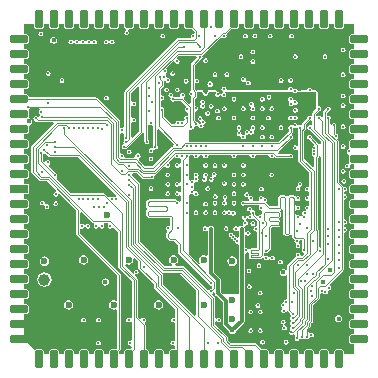
<source format=gbr>
%TF.GenerationSoftware,Altium Limited,DefaultClient, ()*%
G04 Layer_Physical_Order=3*
G04 Layer_Color=16440176*
%FSLAX26Y26*%
%MOIN*%
%TF.SameCoordinates,9CB29443-125E-45F9-99EE-4E50F1371B14*%
%TF.FilePolarity,Positive*%
%TF.FileFunction,Copper,L3,Inr,Signal*%
%TF.Part,Single*%
G01*
G75*
%TA.AperFunction,Conductor*%
%ADD34C,0.011811*%
%ADD36C,0.003937*%
%TA.AperFunction,ComponentPad*%
G04:AMPARAMS|DCode=41|XSize=27.559mil|YSize=62.992mil|CornerRadius=6.89mil|HoleSize=0mil|Usage=FLASHONLY|Rotation=90.000|XOffset=0mil|YOffset=0mil|HoleType=Round|Shape=RoundedRectangle|*
%AMROUNDEDRECTD41*
21,1,0.027559,0.049212,0,0,90.0*
21,1,0.013780,0.062992,0,0,90.0*
1,1,0.013780,0.024606,0.006890*
1,1,0.013780,0.024606,-0.006890*
1,1,0.013780,-0.024606,-0.006890*
1,1,0.013780,-0.024606,0.006890*
%
%ADD41ROUNDEDRECTD41*%
G04:AMPARAMS|DCode=42|XSize=27.559mil|YSize=62.992mil|CornerRadius=6.89mil|HoleSize=0mil|Usage=FLASHONLY|Rotation=0.000|XOffset=0mil|YOffset=0mil|HoleType=Round|Shape=RoundedRectangle|*
%AMROUNDEDRECTD42*
21,1,0.027559,0.049212,0,0,0.0*
21,1,0.013780,0.062992,0,0,0.0*
1,1,0.013780,0.006890,-0.024606*
1,1,0.013780,-0.006890,-0.024606*
1,1,0.013780,-0.006890,0.024606*
1,1,0.013780,0.006890,0.024606*
%
%ADD42ROUNDEDRECTD42*%
%ADD43R,0.062992X0.027559*%
%TA.AperFunction,ViaPad*%
%ADD44C,0.007874*%
%ADD45C,0.011811*%
%ADD46C,0.015748*%
%ADD47C,0.023622*%
%ADD48C,0.039370*%
G36*
X1100000Y1067929D02*
X1093110D01*
X1088886Y1067088D01*
X1085305Y1064695D01*
X1082912Y1061114D01*
X1082071Y1056890D01*
Y1043110D01*
X1082912Y1038886D01*
X1085305Y1035305D01*
X1088886Y1032912D01*
X1093110Y1032071D01*
X1100000D01*
Y1017929D01*
X1093110D01*
X1088886Y1017088D01*
X1085305Y1014695D01*
X1082912Y1011114D01*
X1082071Y1006890D01*
Y993110D01*
X1082912Y988886D01*
X1085305Y985305D01*
X1088886Y982912D01*
X1093110Y982071D01*
X1100000D01*
Y967929D01*
X1093110D01*
X1088886Y967088D01*
X1085305Y964695D01*
X1082912Y961114D01*
X1082071Y956890D01*
Y943110D01*
X1082912Y938886D01*
X1085305Y935305D01*
X1088886Y932912D01*
X1093110Y932071D01*
X1100000D01*
Y917929D01*
X1093110D01*
X1088886Y917088D01*
X1085305Y914695D01*
X1082912Y911114D01*
X1082071Y906890D01*
Y893110D01*
X1082912Y888886D01*
X1085305Y885305D01*
X1088886Y882912D01*
X1093110Y882071D01*
X1100000D01*
Y867929D01*
X1093110D01*
X1088886Y867088D01*
X1085305Y864695D01*
X1082912Y861114D01*
X1082071Y856890D01*
Y843110D01*
X1082912Y838886D01*
X1085305Y835305D01*
X1088886Y832912D01*
X1093110Y832071D01*
X1100000D01*
Y817929D01*
X1093110D01*
X1088886Y817088D01*
X1085305Y814695D01*
X1082912Y811114D01*
X1082071Y806890D01*
Y793110D01*
X1082912Y788886D01*
X1085305Y785305D01*
X1088886Y782912D01*
X1093110Y782071D01*
X1100000D01*
Y767929D01*
X1093110D01*
X1088886Y767088D01*
X1085305Y764695D01*
X1082912Y761114D01*
X1082071Y756890D01*
Y743110D01*
X1082912Y738886D01*
X1085305Y735305D01*
X1088886Y732912D01*
X1093110Y732071D01*
X1100000D01*
Y717929D01*
X1093110D01*
X1088886Y717088D01*
X1085305Y714695D01*
X1082912Y711114D01*
X1082071Y706890D01*
Y693110D01*
X1082912Y688886D01*
X1083529Y687961D01*
X1081030Y682702D01*
X1080589Y682614D01*
X1077985Y680874D01*
X1076244Y678269D01*
X1075633Y675197D01*
X1076244Y672125D01*
X1077985Y669520D01*
X1080589Y667780D01*
X1081373Y667624D01*
X1083788Y662585D01*
X1083793Y662433D01*
X1082912Y661114D01*
X1082071Y656890D01*
Y643110D01*
X1082912Y638886D01*
X1083069Y638650D01*
X1082344Y637271D01*
X1079764Y634598D01*
X1077756Y634997D01*
X1074684Y634386D01*
X1072079Y632645D01*
X1070339Y630041D01*
X1069728Y626969D01*
X1070339Y623896D01*
X1072079Y621292D01*
X1074684Y619551D01*
X1077756Y618940D01*
X1080829Y619551D01*
X1083433Y621292D01*
X1085174Y623896D01*
X1085785Y626969D01*
X1085325Y629277D01*
X1087398Y631531D01*
X1089328Y632824D01*
X1093110Y632071D01*
X1100000D01*
Y617929D01*
X1093110D01*
X1088886Y617088D01*
X1085305Y614695D01*
X1082912Y611114D01*
X1082071Y606890D01*
Y593110D01*
X1082912Y588886D01*
X1085305Y585305D01*
X1088886Y582912D01*
X1093110Y582071D01*
X1100000D01*
Y567929D01*
X1093110D01*
X1088886Y567088D01*
X1085305Y564695D01*
X1082912Y561114D01*
X1082071Y556890D01*
Y543110D01*
X1082912Y538886D01*
X1085305Y535305D01*
X1088886Y532912D01*
X1093110Y532071D01*
X1100000D01*
Y517929D01*
X1093110D01*
X1088886Y517088D01*
X1085305Y514695D01*
X1082912Y511114D01*
X1082071Y506890D01*
Y493110D01*
X1082912Y488886D01*
X1085305Y485305D01*
X1088886Y482912D01*
X1093110Y482071D01*
X1100000D01*
Y467929D01*
X1093110D01*
X1088886Y467088D01*
X1085305Y464695D01*
X1082912Y461114D01*
X1082071Y456890D01*
Y443110D01*
X1082912Y438886D01*
X1085305Y435305D01*
X1088886Y432912D01*
X1093110Y432071D01*
X1100000D01*
Y417929D01*
X1093110D01*
X1088886Y417088D01*
X1085305Y414695D01*
X1082912Y411114D01*
X1082071Y406890D01*
Y393110D01*
X1082912Y388886D01*
X1085305Y385305D01*
X1088886Y382912D01*
X1093110Y382071D01*
X1100000D01*
Y367929D01*
X1093110D01*
X1088886Y367088D01*
X1085305Y364695D01*
X1082912Y361114D01*
X1082071Y356890D01*
Y343110D01*
X1082912Y338886D01*
X1085305Y335305D01*
X1088886Y332912D01*
X1093110Y332071D01*
X1100000D01*
Y317929D01*
X1093110D01*
X1088886Y317088D01*
X1085305Y314695D01*
X1082912Y311114D01*
X1082071Y306890D01*
Y293110D01*
X1082912Y288886D01*
X1085305Y285305D01*
X1088886Y282912D01*
X1093110Y282071D01*
X1100000D01*
Y267929D01*
X1093110D01*
X1088886Y267088D01*
X1085305Y264695D01*
X1082912Y261114D01*
X1082071Y256890D01*
Y243110D01*
X1082912Y238886D01*
X1085305Y235305D01*
X1088886Y232912D01*
X1093110Y232071D01*
X1100000D01*
Y217929D01*
X1093110D01*
X1088886Y217088D01*
X1085305Y214695D01*
X1082912Y211114D01*
X1082071Y206890D01*
Y193110D01*
X1082912Y188886D01*
X1085305Y185305D01*
X1088886Y182912D01*
X1093110Y182071D01*
X1100000D01*
Y167929D01*
X1093110D01*
X1088886Y167088D01*
X1085305Y164695D01*
X1082912Y161114D01*
X1082071Y156890D01*
Y143110D01*
X1082912Y138886D01*
X1085305Y135305D01*
X1088886Y132912D01*
X1093110Y132071D01*
X1100000D01*
Y117929D01*
X1093110D01*
X1088886Y117088D01*
X1085305Y114695D01*
X1082912Y111114D01*
X1082071Y106890D01*
Y93110D01*
X1082912Y88886D01*
X1085305Y85305D01*
X1088886Y82912D01*
X1093110Y82071D01*
X1100000D01*
Y67929D01*
X1093110D01*
X1088886Y67088D01*
X1085305Y64695D01*
X1082912Y61114D01*
X1082071Y56890D01*
Y43110D01*
X1082912Y38886D01*
X1085305Y35305D01*
X1088886Y32912D01*
X1093110Y32071D01*
X1100000D01*
Y0D01*
X1067929D01*
Y6890D01*
X1067088Y11114D01*
X1064695Y14695D01*
X1061114Y17088D01*
X1056890Y17929D01*
X1043110D01*
X1038886Y17088D01*
X1035305Y14695D01*
X1032912Y11114D01*
X1032071Y6890D01*
Y0D01*
X1017929D01*
Y6890D01*
X1017088Y11114D01*
X1014695Y14695D01*
X1011114Y17088D01*
X1006890Y17929D01*
X993110D01*
X988886Y17088D01*
X985305Y14695D01*
X982912Y11114D01*
X982071Y6890D01*
Y0D01*
X967929D01*
Y6890D01*
X967088Y11114D01*
X964695Y14695D01*
X961114Y17088D01*
X956890Y17929D01*
X943110D01*
X938886Y17088D01*
X935305Y14695D01*
X932912Y11114D01*
X932071Y6890D01*
Y0D01*
X917929D01*
Y6890D01*
X917088Y11114D01*
X914695Y14695D01*
X911114Y17088D01*
X906890Y17929D01*
X893110D01*
X888886Y17088D01*
X885305Y14695D01*
X882912Y11114D01*
X882071Y6890D01*
Y0D01*
X867929D01*
Y6890D01*
X867088Y11114D01*
X864695Y14695D01*
X861114Y17088D01*
X856890Y17929D01*
X843110D01*
X838886Y17088D01*
X835305Y14695D01*
X832912Y11114D01*
X832071Y6890D01*
Y0D01*
X817929D01*
Y6890D01*
X817088Y11114D01*
X814695Y14695D01*
X811114Y17088D01*
X806890Y17929D01*
X793110D01*
X791443Y17597D01*
X773024Y36016D01*
X768504Y37888D01*
X688671D01*
X678636Y47923D01*
Y55118D01*
X676764Y59638D01*
X637298Y99104D01*
Y107653D01*
X642298Y109169D01*
X643142Y107906D01*
X645747Y106165D01*
X648819Y105554D01*
X651891Y106165D01*
X654496Y107906D01*
X656236Y110510D01*
X656847Y113582D01*
X656236Y116655D01*
X654496Y119259D01*
X651891Y121000D01*
X648819Y121611D01*
X645747Y121000D01*
X643142Y119259D01*
X642298Y117996D01*
X637298Y119512D01*
Y185039D01*
X635425Y189559D01*
X628061Y196924D01*
X628708Y202985D01*
X630448Y205589D01*
X631618Y205935D01*
X636618Y202201D01*
Y201772D01*
X637382Y197931D01*
X639558Y194676D01*
X662209Y172024D01*
Y101377D01*
X662973Y97537D01*
X665148Y94281D01*
X683373Y76056D01*
X683756Y74132D01*
X686366Y70225D01*
X690273Y67614D01*
X694882Y66698D01*
X699490Y67614D01*
X703397Y70225D01*
X706007Y74132D01*
X706390Y76057D01*
X732490Y102156D01*
X734665Y105412D01*
X735429Y109252D01*
Y333870D01*
X735856Y334548D01*
X740429Y337586D01*
X741142Y337444D01*
X744214Y338055D01*
X744832Y338468D01*
X749590Y337222D01*
X750767Y334849D01*
X751386Y332276D01*
X749513Y327756D01*
Y323819D01*
X751386Y319299D01*
X753354Y317330D01*
X757874Y315458D01*
X785433D01*
X789953Y317330D01*
X795551Y322928D01*
X800159Y320465D01*
X800043Y319881D01*
X800654Y316808D01*
X802394Y314204D01*
X804999Y312464D01*
X808071Y311853D01*
X811143Y312464D01*
X813748Y314204D01*
X815298Y316523D01*
X817517Y316808D01*
X818310D01*
X820529Y316523D01*
X822079Y314204D01*
X824684Y312464D01*
X827756Y311853D01*
X830828Y312464D01*
X833433Y314204D01*
X835173Y316808D01*
X835784Y319881D01*
X835173Y322953D01*
X833433Y325558D01*
X830828Y327298D01*
X827756Y327909D01*
X824684Y327298D01*
X822079Y325558D01*
X820529Y323238D01*
X818310Y322953D01*
X817517D01*
X815298Y323238D01*
X813748Y325558D01*
X811143Y327298D01*
X808071Y327909D01*
X804999Y327298D01*
X802999Y325962D01*
X802679Y326092D01*
X798754Y328779D01*
Y335688D01*
X799304Y336160D01*
X803754Y337903D01*
X804999Y337071D01*
X808071Y336460D01*
X811143Y337071D01*
X813748Y338811D01*
X815488Y341416D01*
X815848Y343226D01*
X822433Y349811D01*
X824306Y354331D01*
Y421171D01*
X825876Y422742D01*
X846457D01*
X850977Y424614D01*
X852945Y426582D01*
X854817Y431102D01*
Y440945D01*
X852945Y445465D01*
X851452Y446958D01*
X851193Y449803D01*
X851452Y452648D01*
X853929Y455126D01*
X855802Y459646D01*
Y471457D01*
X854250Y475203D01*
X854045Y476250D01*
X856035Y480942D01*
X857866Y481701D01*
X862702Y480310D01*
Y402557D01*
X864575Y398037D01*
X867527Y395084D01*
X872047Y393212D01*
X879921D01*
X884441Y395084D01*
X887230Y397873D01*
X888105Y397832D01*
X892230Y396647D01*
Y392717D01*
X894102Y388197D01*
X899023Y383275D01*
X901683Y382174D01*
X902032Y381025D01*
X901420Y377953D01*
X902032Y374880D01*
X903772Y372276D01*
X905266Y371277D01*
X906462Y369132D01*
X906692Y365375D01*
X905968Y364291D01*
X905357Y361219D01*
X905968Y358147D01*
X907709Y355542D01*
X910313Y353802D01*
X913386Y353190D01*
X916458Y353802D01*
X919063Y355542D01*
X920803Y358147D01*
X921414Y361219D01*
X920803Y364291D01*
X919063Y366896D01*
X917568Y367894D01*
X916372Y370040D01*
X916142Y373797D01*
X916866Y374880D01*
X917477Y377953D01*
X921889Y381403D01*
X926486D01*
X927663Y380226D01*
Y351063D01*
X926638Y349529D01*
X926027Y346457D01*
X926638Y343384D01*
X928378Y340780D01*
X930521Y339348D01*
X931102Y338411D01*
X931986Y333742D01*
X926151Y327907D01*
X922949Y329135D01*
X921328Y330156D01*
X920803Y332795D01*
X919063Y335400D01*
X916458Y337140D01*
X913386Y337751D01*
X910313Y337140D01*
X907709Y335400D01*
X905968Y332795D01*
X905357Y329723D01*
X905968Y326651D01*
X905382Y324716D01*
X904619Y324400D01*
X879338Y299120D01*
X877466Y294600D01*
Y283003D01*
X873742Y281561D01*
X872466Y281302D01*
X868782Y283764D01*
X864173Y284680D01*
X859565Y283764D01*
X855658Y281153D01*
X853048Y277246D01*
X852131Y272638D01*
X853048Y268029D01*
X855658Y264123D01*
X859565Y261512D01*
X864173Y260595D01*
X868782Y261512D01*
X872466Y263974D01*
X873742Y263715D01*
X877466Y262273D01*
Y185328D01*
X873074Y181265D01*
X870002Y180654D01*
X867397Y178914D01*
X865657Y176309D01*
X865639Y176220D01*
X864173Y171414D01*
X861101Y170803D01*
X858496Y169063D01*
X856756Y166458D01*
X856145Y163386D01*
X856756Y160314D01*
X858496Y157709D01*
X860329Y156484D01*
X860360Y156406D01*
X860709Y153026D01*
X860439Y151002D01*
X859481Y150362D01*
X857740Y147757D01*
X857129Y144685D01*
X857740Y141613D01*
X859481Y139008D01*
X862085Y137268D01*
X865158Y136657D01*
X868230Y137268D01*
X870834Y139008D01*
X872575Y141613D01*
X877965Y143306D01*
X878944Y143086D01*
X879338Y142133D01*
X887891Y133580D01*
X888251Y131770D01*
X889991Y129166D01*
Y124771D01*
X888251Y122167D01*
X887640Y119094D01*
X888251Y116022D01*
X889991Y113418D01*
Y109023D01*
X888251Y106419D01*
X887640Y103346D01*
X888251Y100274D01*
X889991Y97669D01*
Y93275D01*
X888251Y90671D01*
X887640Y87598D01*
X888251Y84526D01*
X888278Y84486D01*
X887719Y79648D01*
X886661Y78591D01*
X885070Y77527D01*
X883330Y74923D01*
X882719Y71850D01*
X883330Y68778D01*
X885070Y66174D01*
X887675Y64433D01*
X890747Y63822D01*
X893819Y64433D01*
X895354Y65458D01*
X895669D01*
X899040Y66855D01*
X904040Y64648D01*
Y56772D01*
X903015Y55238D01*
X902404Y52165D01*
X903015Y49093D01*
X904755Y46488D01*
X907360Y44748D01*
X910432Y44137D01*
X913505Y44748D01*
X916109Y46488D01*
X917172Y48080D01*
X918230Y49137D01*
X923067Y49696D01*
X923108Y49669D01*
X926180Y49058D01*
X929253Y49669D01*
X931857Y51410D01*
X936251D01*
X938856Y49669D01*
X941928Y49058D01*
X945000Y49669D01*
X947605Y51410D01*
X949345Y54014D01*
X949353Y54054D01*
X954580Y56548D01*
X954777Y56525D01*
X957676Y55948D01*
X960749Y56559D01*
X963353Y58300D01*
X965093Y60904D01*
X965705Y63977D01*
X965093Y67049D01*
X963353Y69654D01*
X960749Y71394D01*
X957676Y72005D01*
X954604Y71394D01*
X953320Y70536D01*
X948953Y72219D01*
X948320Y72751D01*
Y82055D01*
X955307Y89042D01*
X957180Y93562D01*
Y99517D01*
X962197Y104534D01*
X964069Y109054D01*
Y162398D01*
X984835Y183163D01*
X986707Y187683D01*
Y198441D01*
X987558Y199409D01*
X991707Y201897D01*
X993110Y201617D01*
X996183Y202228D01*
X997739Y203268D01*
X999244Y201016D01*
X1001849Y199276D01*
X1004921Y198665D01*
X1007993Y199276D01*
X1010598Y201016D01*
X1012338Y203620D01*
X1012949Y206693D01*
X1012655Y208171D01*
X1015367Y211745D01*
X1016506Y212490D01*
X1016732Y212445D01*
X1019804Y213056D01*
X1022409Y214796D01*
X1024149Y217401D01*
X1024761Y220473D01*
X1024149Y223545D01*
X1022409Y226150D01*
X1020352Y227525D01*
X1019622Y228978D01*
X1018920Y233164D01*
X1063575Y277819D01*
X1065447Y282339D01*
Y401930D01*
X1068898Y406341D01*
X1071970Y406953D01*
X1074574Y408693D01*
X1076315Y411298D01*
X1076926Y414370D01*
X1076315Y417442D01*
X1074574Y420047D01*
X1071970Y421787D01*
X1068898Y422398D01*
X1065447Y426810D01*
Y427520D01*
X1068898Y431932D01*
X1071970Y432543D01*
X1074574Y434283D01*
X1076315Y436888D01*
X1076926Y439960D01*
X1076315Y443033D01*
X1074574Y445637D01*
X1071970Y447377D01*
X1068898Y447988D01*
X1065447Y452400D01*
Y512166D01*
X1068898Y516578D01*
X1071970Y517189D01*
X1074574Y518929D01*
X1076315Y521534D01*
X1076926Y524606D01*
X1076315Y527679D01*
X1074574Y530283D01*
X1071970Y532024D01*
X1068898Y532635D01*
X1065447Y537046D01*
Y537757D01*
X1068898Y542169D01*
X1071970Y542780D01*
X1074574Y544520D01*
X1076315Y547125D01*
X1076926Y550197D01*
X1076315Y553269D01*
X1074574Y555874D01*
X1071970Y557614D01*
X1068898Y558225D01*
X1065825Y557614D01*
X1064210Y558104D01*
X1063575Y559638D01*
X1048715Y574498D01*
Y708912D01*
X1046843Y713432D01*
X1044609Y715666D01*
X1045047Y721685D01*
X1046787Y724290D01*
X1047398Y727362D01*
X1046787Y730434D01*
X1045047Y733039D01*
X1042442Y734779D01*
X1040632Y735139D01*
X1039858Y735914D01*
Y757205D01*
X1040883Y758739D01*
X1041494Y761811D01*
X1040883Y764884D01*
X1039142Y767488D01*
X1036538Y769229D01*
X1033466Y769840D01*
X1030393Y769229D01*
X1027789Y767488D01*
X1026156Y765045D01*
X1025719Y764951D01*
X1021156Y765876D01*
Y781811D01*
X1022181Y783345D01*
X1022792Y786417D01*
X1022181Y789490D01*
X1020441Y792094D01*
X1017836Y793835D01*
X1014764Y794446D01*
X1013361Y794167D01*
X1009212Y796654D01*
X1008361Y797622D01*
Y802470D01*
X1016026Y810136D01*
X1017836Y810496D01*
X1020441Y812236D01*
X1022181Y814841D01*
X1022792Y817913D01*
X1022181Y820986D01*
X1020441Y823590D01*
X1017836Y825331D01*
X1014764Y825942D01*
X1011692Y825331D01*
X1009087Y823590D01*
X1007347Y820986D01*
X1006987Y819176D01*
X997449Y809638D01*
X995576Y805118D01*
Y790484D01*
X991017Y789557D01*
X990576Y789652D01*
X988945Y792094D01*
X986340Y793835D01*
X983268Y794446D01*
X980195Y793835D01*
X978001Y792369D01*
X973582Y794131D01*
X973126Y798732D01*
X984530Y810136D01*
X986340Y810496D01*
X988945Y812236D01*
X990685Y814841D01*
X991296Y817913D01*
X990685Y820986D01*
X988945Y823590D01*
X986340Y825331D01*
X983268Y825942D01*
X979261Y830243D01*
Y875000D01*
X978013Y878013D01*
X975000Y879261D01*
X961149D01*
X959800Y880906D01*
X959189Y883978D01*
X957448Y886582D01*
X954844Y888323D01*
X951772Y888934D01*
X948699Y888323D01*
X946095Y886582D01*
X944354Y883978D01*
X943743Y880906D01*
X942394Y879261D01*
X925610D01*
X924462Y878786D01*
X923243Y878543D01*
X921685Y877502D01*
X920276Y877222D01*
X918035Y877668D01*
X917778Y877617D01*
X917213Y877886D01*
X916141Y877943D01*
X911945Y880041D01*
X910204Y882645D01*
X907600Y884386D01*
X904528Y884997D01*
X901455Y884386D01*
X896205Y886891D01*
X896197Y886931D01*
X894456Y889535D01*
X891852Y891276D01*
X888779Y891887D01*
X885707Y891276D01*
X883103Y889535D01*
X881362Y886931D01*
X880751Y883859D01*
X876825Y879261D01*
X678746D01*
X674367Y882874D01*
X673755Y885946D01*
X672015Y888551D01*
X669411Y890291D01*
X666338Y890902D01*
X663266Y890291D01*
X660661Y888551D01*
X658921Y885946D01*
X658310Y882874D01*
X658921Y879802D01*
X660661Y877197D01*
X662981Y875647D01*
X663266Y873428D01*
Y872635D01*
X662981Y870416D01*
X660661Y868866D01*
X659473Y867087D01*
X658951Y867402D01*
X654094Y868141D01*
X653469Y867987D01*
X653086Y868230D01*
X651346Y870834D01*
X648742Y872575D01*
X645669Y873186D01*
X642043Y875450D01*
X640777Y877357D01*
X640410Y877604D01*
X640240Y878013D01*
X639097Y878487D01*
X638071Y879177D01*
X637636Y879092D01*
X637227Y879261D01*
X616853D01*
X615680Y878776D01*
X614438Y878511D01*
X613614Y877945D01*
X613150Y877230D01*
X612450Y876746D01*
X609584Y872313D01*
X609295Y870735D01*
X609156Y870033D01*
X605584Y868312D01*
X604198Y867963D01*
X603282Y868367D01*
X601558Y869612D01*
X601335Y870735D01*
X601046Y872313D01*
X598181Y876746D01*
X597480Y877230D01*
X597016Y877945D01*
X596192Y878511D01*
X594950Y878776D01*
X593778Y879261D01*
X578574D01*
X578170Y879094D01*
X577742Y879180D01*
X576709Y878489D01*
X575560Y878013D01*
X571976Y880962D01*
X568400Y884537D01*
Y899886D01*
X571621Y902222D01*
X573400Y902880D01*
X575788Y902405D01*
X578860Y903016D01*
X581464Y904756D01*
X583205Y907361D01*
X583816Y910433D01*
X583205Y913505D01*
X581464Y916110D01*
X578860Y917850D01*
X575788Y918461D01*
X573400Y917986D01*
X571621Y918644D01*
X568400Y920980D01*
Y961919D01*
X588861Y982380D01*
X590671Y982740D01*
X593275Y984481D01*
X595016Y987085D01*
X595627Y990158D01*
X595016Y993230D01*
X595647Y995311D01*
X596055Y995480D01*
X655585Y1055010D01*
X661646Y1054362D01*
X664250Y1052622D01*
X667323Y1052011D01*
X670395Y1052622D01*
X673000Y1054362D01*
X674740Y1056967D01*
X675351Y1060039D01*
X674740Y1063112D01*
X674510Y1063457D01*
X675386Y1066346D01*
X691443Y1082403D01*
X693110Y1082071D01*
X706890D01*
X711114Y1082912D01*
X714695Y1085305D01*
X717088Y1088886D01*
X717929Y1093110D01*
Y1100000D01*
X732071D01*
Y1093110D01*
X732912Y1088886D01*
X735305Y1085305D01*
X738886Y1082912D01*
X743110Y1082071D01*
X756890D01*
X761114Y1082912D01*
X764695Y1085305D01*
X767088Y1088886D01*
X767929Y1093110D01*
Y1100000D01*
X782071D01*
Y1093110D01*
X782912Y1088886D01*
X785305Y1085305D01*
X788886Y1082912D01*
X793110Y1082071D01*
X806890D01*
X811114Y1082912D01*
X814695Y1085305D01*
X817088Y1088886D01*
X817929Y1093110D01*
Y1100000D01*
X832071D01*
Y1093110D01*
X832912Y1088886D01*
X835305Y1085305D01*
X838886Y1082912D01*
X843110Y1082071D01*
X856890D01*
X861114Y1082912D01*
X864695Y1085305D01*
X867088Y1088886D01*
X867929Y1093110D01*
Y1100000D01*
X882071D01*
Y1093110D01*
X882912Y1088886D01*
X885305Y1085305D01*
X888886Y1082912D01*
X893110Y1082071D01*
X906890D01*
X911114Y1082912D01*
X914695Y1085305D01*
X917088Y1088886D01*
X917929Y1093110D01*
Y1100000D01*
X932071D01*
Y1093110D01*
X932912Y1088886D01*
X935305Y1085305D01*
X938886Y1082912D01*
X943110Y1082071D01*
X956890D01*
X961114Y1082912D01*
X964695Y1085305D01*
X967088Y1088886D01*
X967929Y1093110D01*
Y1100000D01*
X982071D01*
Y1093110D01*
X982912Y1088886D01*
X985305Y1085305D01*
X988886Y1082912D01*
X993110Y1082071D01*
X1006890D01*
X1011114Y1082912D01*
X1014695Y1085305D01*
X1017088Y1088886D01*
X1017929Y1093110D01*
Y1100000D01*
X1032071D01*
Y1093110D01*
X1032912Y1088886D01*
X1035305Y1085305D01*
X1038886Y1082912D01*
X1043110Y1082071D01*
X1056890D01*
X1061114Y1082912D01*
X1064695Y1085305D01*
X1067088Y1088886D01*
X1067929Y1093110D01*
Y1100000D01*
X1100000D01*
Y1067929D01*
D02*
G37*
G36*
X532071Y1093110D02*
X532912Y1088886D01*
X535305Y1085305D01*
X538886Y1082912D01*
X543110Y1082071D01*
X556890D01*
X558557Y1082403D01*
X568411Y1072549D01*
Y1072479D01*
X564960Y1068068D01*
X561888Y1067457D01*
X559284Y1065716D01*
X557543Y1063112D01*
X556932Y1060039D01*
X557407Y1057652D01*
X556749Y1055872D01*
X554413Y1052652D01*
X512795D01*
X508275Y1050780D01*
X335047Y877552D01*
X333175Y873032D01*
Y756485D01*
X328175Y753025D01*
X327757Y753108D01*
X325369Y752633D01*
X323598Y753285D01*
X320368Y755626D01*
Y775591D01*
X318496Y780110D01*
X244087Y854520D01*
X239567Y856392D01*
X17929D01*
Y856890D01*
X17088Y861114D01*
X14695Y864695D01*
X11114Y867088D01*
X6890Y867929D01*
X0D01*
Y882071D01*
X6890D01*
X11114Y882912D01*
X14695Y885305D01*
X17088Y888886D01*
X17929Y893110D01*
Y906890D01*
X17088Y911114D01*
X14695Y914695D01*
X11114Y917088D01*
X6890Y917929D01*
X0D01*
Y932071D01*
X6890D01*
X11114Y932912D01*
X14695Y935305D01*
X17088Y938886D01*
X17929Y943110D01*
Y956890D01*
X17088Y961114D01*
X14695Y964695D01*
X11114Y967088D01*
X6890Y967929D01*
X0D01*
Y982071D01*
X6890D01*
X11114Y982912D01*
X14695Y985305D01*
X17088Y988886D01*
X17929Y993110D01*
Y1006890D01*
X17088Y1011114D01*
X14695Y1014695D01*
X11114Y1017088D01*
X6890Y1017929D01*
X0D01*
Y1032071D01*
X6890D01*
X11114Y1032912D01*
X14695Y1035305D01*
X17088Y1038886D01*
X17929Y1043110D01*
Y1056890D01*
X17088Y1061114D01*
X14695Y1064695D01*
X11114Y1067088D01*
X6890Y1067929D01*
X0D01*
Y1100000D01*
X32071D01*
Y1093110D01*
X32912Y1088886D01*
X35305Y1085305D01*
X38886Y1082912D01*
X43110Y1082071D01*
X56890D01*
X61114Y1082912D01*
X64695Y1085305D01*
X67088Y1088886D01*
X67929Y1093110D01*
Y1100000D01*
X82071D01*
Y1093110D01*
X82912Y1088886D01*
X85305Y1085305D01*
X88886Y1082912D01*
X93110Y1082071D01*
X106890D01*
X111114Y1082912D01*
X114695Y1085305D01*
X117088Y1088886D01*
X117929Y1093110D01*
Y1100000D01*
X132071D01*
Y1093110D01*
X132912Y1088886D01*
X135305Y1085305D01*
X138886Y1082912D01*
X143110Y1082071D01*
X156890D01*
X161114Y1082912D01*
X164695Y1085305D01*
X167088Y1088886D01*
X167929Y1093110D01*
Y1100000D01*
X182071D01*
Y1093110D01*
X182912Y1088886D01*
X185305Y1085305D01*
X188886Y1082912D01*
X193110Y1082071D01*
X206890D01*
X211114Y1082912D01*
X214695Y1085305D01*
X217088Y1088886D01*
X217929Y1093110D01*
Y1100000D01*
X232071D01*
Y1093110D01*
X232912Y1088886D01*
X235305Y1085305D01*
X238886Y1082912D01*
X243110Y1082071D01*
X256890D01*
X261114Y1082912D01*
X264695Y1085305D01*
X267088Y1088886D01*
X267929Y1093110D01*
Y1100000D01*
X282071D01*
Y1093110D01*
X282912Y1088886D01*
X285305Y1085305D01*
X288886Y1082912D01*
X293110Y1082071D01*
X306890D01*
X311114Y1082912D01*
X314695Y1085305D01*
X317088Y1088886D01*
X317929Y1093110D01*
Y1100000D01*
X332071D01*
Y1093110D01*
X332912Y1088886D01*
X335305Y1085305D01*
X338473Y1083188D01*
X338895Y1081064D01*
X338777Y1077835D01*
X336843Y1076543D01*
X335103Y1073938D01*
X334491Y1070866D01*
X335103Y1067794D01*
X336843Y1065189D01*
X339447Y1063449D01*
X342520Y1062838D01*
X345592Y1063449D01*
X348197Y1065189D01*
X349937Y1067794D01*
X350548Y1070866D01*
X349937Y1073938D01*
X348197Y1076543D01*
X347406Y1077071D01*
X348923Y1082071D01*
X356890D01*
X361114Y1082912D01*
X364695Y1085305D01*
X367088Y1088886D01*
X367929Y1093110D01*
Y1100000D01*
X382071D01*
Y1093110D01*
X382912Y1088886D01*
X385305Y1085305D01*
X388886Y1082912D01*
X393110Y1082071D01*
X406890D01*
X411114Y1082912D01*
X414695Y1085305D01*
X417088Y1088886D01*
X417929Y1093110D01*
Y1100000D01*
X432071D01*
Y1093110D01*
X432912Y1088886D01*
X435305Y1085305D01*
X438886Y1082912D01*
X443110Y1082071D01*
X456890D01*
X461114Y1082912D01*
X464695Y1085305D01*
X467088Y1088886D01*
X467929Y1093110D01*
Y1100000D01*
X482071D01*
Y1093110D01*
X482912Y1088886D01*
X485305Y1085305D01*
X488886Y1082912D01*
X493110Y1082071D01*
X506890D01*
X511114Y1082912D01*
X514695Y1085305D01*
X517088Y1088886D01*
X517929Y1093110D01*
Y1100000D01*
X532071D01*
Y1093110D01*
D02*
G37*
G36*
X577009Y988608D02*
X557488Y969087D01*
X555616Y964567D01*
Y881890D01*
X556053Y880835D01*
X555013Y875601D01*
X553630Y874613D01*
X552394Y873787D01*
X550654Y871183D01*
X550043Y868110D01*
X550654Y865038D01*
X552394Y862433D01*
X554317Y861149D01*
X555187Y860078D01*
X556666Y855263D01*
X555616Y852729D01*
Y836925D01*
X550996Y835012D01*
X534394Y851615D01*
X534221Y857465D01*
X534544Y857997D01*
X535960Y860117D01*
X536571Y863189D01*
X535960Y866261D01*
X534220Y868866D01*
X531615Y870606D01*
X528543Y871217D01*
X525471Y870606D01*
X522866Y868866D01*
X521126Y866261D01*
X520515Y863189D01*
X520990Y860802D01*
X520332Y859023D01*
X517996Y855802D01*
X500670D01*
X500013Y856240D01*
X496592Y860115D01*
X496959Y861970D01*
X497201Y863189D01*
X496590Y866261D01*
X494850Y868866D01*
X492245Y870606D01*
X489173Y871217D01*
X486101Y870606D01*
X483496Y868866D01*
X481756Y866261D01*
X481145Y863189D01*
X481756Y860117D01*
X483496Y857512D01*
X485539Y856147D01*
X486101Y855772D01*
X488644Y852484D01*
X488277Y850629D01*
X488035Y849409D01*
X488646Y846337D01*
X490386Y843732D01*
X492991Y841992D01*
X496063Y841381D01*
X499135Y841992D01*
X500670Y843017D01*
X524911D01*
X540083Y827846D01*
X538987Y821871D01*
X538615Y821622D01*
X536874Y819017D01*
X536263Y815945D01*
X536874Y812872D01*
X538615Y810268D01*
X541219Y808528D01*
X544291Y807917D01*
X547742Y803505D01*
Y797822D01*
X542742Y794362D01*
X542323Y794446D01*
X539250Y793835D01*
X536646Y792094D01*
X534906Y789490D01*
X534294Y786417D01*
X534906Y783345D01*
X535153Y782975D01*
X534450Y779619D01*
X529288Y777669D01*
X528663Y778086D01*
X525591Y778697D01*
X522519Y778086D01*
X519193Y776656D01*
X515867Y778087D01*
X512795Y778698D01*
X509723Y778087D01*
X507118Y776346D01*
X505378Y773742D01*
X504767Y770669D01*
X500733Y766235D01*
X491821D01*
X466038Y792018D01*
Y810354D01*
X467063Y811888D01*
X467674Y814961D01*
X467063Y818033D01*
X465323Y820637D01*
X462718Y822378D01*
X459646Y822989D01*
X455211Y827023D01*
Y841283D01*
X459645Y845318D01*
X462717Y845929D01*
X465322Y847670D01*
X467062Y850274D01*
X467673Y853346D01*
X467062Y856419D01*
X465322Y859023D01*
X462717Y860764D01*
X459645Y861375D01*
X455211Y865410D01*
Y883179D01*
X465150Y893118D01*
X467022Y897638D01*
Y908465D01*
X468426Y910188D01*
X471231Y909497D01*
X472158Y908963D01*
X473654Y906725D01*
X476258Y904984D01*
X479331Y904373D01*
X482403Y904984D01*
X485008Y906725D01*
X486748Y909329D01*
X487359Y912402D01*
X486748Y915474D01*
X485008Y918078D01*
X482403Y919819D01*
X479872Y920322D01*
X479331Y920430D01*
X475548Y924213D01*
X475440Y924754D01*
X474937Y927285D01*
X473196Y929889D01*
X473172Y930067D01*
X473919Y935420D01*
X475165Y936252D01*
X476905Y938857D01*
X477516Y941929D01*
X476905Y945001D01*
X475165Y947606D01*
X474518Y953667D01*
X498062Y977211D01*
X501267Y975981D01*
X502884Y974962D01*
X503410Y972321D01*
X505150Y969717D01*
X507755Y967976D01*
X510827Y967365D01*
X513899Y967976D01*
X516504Y969717D01*
X518244Y972321D01*
X518855Y975394D01*
X518244Y978466D01*
X516504Y981071D01*
X513899Y982811D01*
X511258Y983336D01*
X510239Y984953D01*
X509009Y988159D01*
X514459Y993608D01*
X574938D01*
X577009Y988608D01*
D02*
G37*
G36*
X975000Y818686D02*
X962015Y805701D01*
X960143Y801181D01*
Y796307D01*
X955143Y793635D01*
X954844Y793835D01*
X951772Y794446D01*
X948699Y793835D01*
X946095Y792094D01*
X944354Y789490D01*
X943994Y787680D01*
X927567Y771252D01*
X925694Y766732D01*
Y766326D01*
X921999Y763769D01*
X917378Y762373D01*
X917376Y762373D01*
X917179Y762350D01*
X911952Y764844D01*
X911945Y764883D01*
X910204Y767488D01*
X907600Y769228D01*
X904528Y769839D01*
X901455Y769228D01*
X898851Y767488D01*
X897110Y764883D01*
X897102Y764844D01*
X891876Y762350D01*
X891679Y762373D01*
X888779Y762950D01*
X885707Y762338D01*
X883103Y760598D01*
X881362Y757994D01*
X880751Y754921D01*
X881362Y751849D01*
X882387Y750315D01*
Y741821D01*
X848730Y708164D01*
X550000D01*
Y745815D01*
X554999Y748488D01*
X558071Y747877D01*
X561144Y748488D01*
X563748Y750229D01*
X565488Y752833D01*
X566100Y755906D01*
X565985Y756484D01*
X570484Y759490D01*
X570747Y759315D01*
X573819Y758704D01*
X576891Y759315D01*
X577798Y759921D01*
X577896Y759919D01*
X582817Y757902D01*
X582930Y757795D01*
X583134Y756770D01*
X584874Y754166D01*
X587479Y752425D01*
X590551Y751814D01*
X593624Y752425D01*
X596228Y754166D01*
X597968Y756770D01*
X598580Y759842D01*
X597968Y762915D01*
X600513Y765221D01*
X603118Y766961D01*
X604858Y769566D01*
X605469Y772638D01*
X604858Y775710D01*
X603118Y778315D01*
X600513Y780055D01*
X599503Y780256D01*
X597384Y780785D01*
X595627Y784449D01*
X595553Y784820D01*
X595015Y787521D01*
X593275Y790126D01*
X590670Y791866D01*
X587598Y792477D01*
X584526Y791866D01*
X581921Y790126D01*
X580181Y787521D01*
X579570Y784449D01*
X580181Y781376D01*
X581921Y778772D01*
X584526Y777032D01*
X585537Y776831D01*
X587655Y776302D01*
X589413Y772638D01*
X589887Y770252D01*
X586927Y767133D01*
X586389Y766691D01*
X581553Y768673D01*
X581440Y768780D01*
X581236Y769805D01*
X579496Y772409D01*
X576891Y774150D01*
X575082Y774510D01*
X568400Y781191D01*
Y806458D01*
X571850Y810869D01*
X574923Y811481D01*
X577527Y813221D01*
X579268Y815825D01*
X579879Y818898D01*
X579268Y821970D01*
X577527Y824575D01*
X574923Y826315D01*
X571850Y826926D01*
X568400Y831338D01*
Y850081D01*
X575386Y857067D01*
X577258Y861587D01*
Y873031D01*
X578574Y875000D01*
X593778D01*
X594601Y874433D01*
X597467Y870000D01*
X597287Y869094D01*
X597898Y866022D01*
X599638Y863418D01*
X602243Y861677D01*
X605315Y861066D01*
X608387Y861677D01*
X610992Y863418D01*
X612732Y866022D01*
X613343Y869094D01*
X613163Y870000D01*
X616029Y874433D01*
X616853Y875000D01*
X637227D01*
X638493Y873093D01*
X639435Y870000D01*
X638252Y868230D01*
X637641Y865158D01*
X638252Y862085D01*
X639992Y859481D01*
X642597Y857740D01*
X645669Y857129D01*
X648742Y857740D01*
X651346Y859481D01*
X653087Y862085D01*
X653453Y863928D01*
X658310Y863189D01*
X658921Y860117D01*
X660661Y857512D01*
X663266Y855772D01*
X666338Y855161D01*
X669411Y855772D01*
X672015Y857512D01*
X673755Y860117D01*
X674367Y863189D01*
X673755Y866261D01*
X672015Y868866D01*
X670318Y870000D01*
X670921Y874423D01*
X671150Y875000D01*
X896891D01*
X897110Y873896D01*
X898851Y871292D01*
X901455Y869551D01*
X904528Y868940D01*
X907600Y869551D01*
X910204Y871292D01*
X911034Y872533D01*
X915918Y873687D01*
X916990Y873631D01*
X917203Y873488D01*
X920276Y872877D01*
X923348Y873488D01*
X925610Y875000D01*
X946437D01*
X948699Y873488D01*
X951772Y872877D01*
X954844Y873488D01*
X957106Y875000D01*
X975000D01*
Y818686D01*
D02*
G37*
G36*
X383372Y889394D02*
Y742806D01*
X361786Y721220D01*
X356786Y723291D01*
Y769639D01*
X361786Y772311D01*
X362086Y772110D01*
X365159Y771499D01*
X368231Y772110D01*
X370836Y773851D01*
X372576Y776455D01*
X373187Y779528D01*
X372576Y782600D01*
X370836Y785205D01*
X368231Y786945D01*
X365159Y787556D01*
X362086Y786945D01*
X361786Y786744D01*
X356786Y789417D01*
Y824887D01*
X357418Y825419D01*
X361786Y827102D01*
X363069Y826244D01*
X366142Y825633D01*
X369214Y826244D01*
X371819Y827985D01*
X373559Y830589D01*
X374170Y833661D01*
X373559Y836734D01*
X371819Y839338D01*
X369214Y841079D01*
X366142Y841690D01*
X363069Y841079D01*
X361786Y840221D01*
X357418Y841904D01*
X356786Y842436D01*
Y869341D01*
X378752Y891308D01*
X383372Y889394D01*
D02*
G37*
G36*
X52379Y813411D02*
X51410Y812764D01*
X49669Y810159D01*
X49058Y807087D01*
X49669Y804014D01*
X51410Y801410D01*
X51919Y801069D01*
X53178Y796723D01*
X52689Y794999D01*
X51638Y793427D01*
X51078Y790611D01*
X50066Y790181D01*
X46142Y789471D01*
X45047Y791110D01*
X42442Y792850D01*
X39370Y793461D01*
X36298Y792850D01*
X33693Y791110D01*
X31953Y788505D01*
X31342Y785433D01*
X31953Y782360D01*
X33693Y779756D01*
X36298Y778015D01*
X38107Y777655D01*
X40755Y775008D01*
X45275Y773135D01*
X97497D01*
X99410Y768516D01*
X25992Y695098D01*
X24120Y690578D01*
Y606975D01*
X25992Y602455D01*
X50289Y578157D01*
X54809Y576285D01*
X76459D01*
X107444Y545301D01*
X106541Y542489D01*
X105287Y540386D01*
X102833Y539898D01*
X100229Y538157D01*
X98488Y535553D01*
X97877Y532480D01*
X98488Y529408D01*
X100229Y526803D01*
X102833Y525063D01*
X105906Y524452D01*
X108978Y525063D01*
X111582Y526803D01*
X113323Y529408D01*
X113811Y531862D01*
X115914Y533116D01*
X118726Y534019D01*
X173726Y479018D01*
Y399606D01*
X175598Y395086D01*
X311521Y259163D01*
Y180048D01*
X306521Y177376D01*
X304964Y178417D01*
X298819Y179639D01*
X292674Y178417D01*
X287465Y174936D01*
X283985Y169727D01*
X282762Y163582D01*
X283985Y157438D01*
X287465Y152229D01*
X292674Y148748D01*
X298819Y147526D01*
X304964Y148748D01*
X306521Y149789D01*
X311521Y147116D01*
Y21172D01*
X307676Y17772D01*
X306890Y17929D01*
X293110D01*
X288886Y17088D01*
X285305Y14695D01*
X282912Y11114D01*
X282071Y6890D01*
Y0D01*
X267929D01*
Y6890D01*
X267088Y11114D01*
X264695Y14695D01*
X261114Y17088D01*
X256890Y17929D01*
X243110D01*
X238886Y17088D01*
X235305Y14695D01*
X232912Y11114D01*
X232071Y6890D01*
Y0D01*
X217929D01*
Y6890D01*
X217088Y11114D01*
X214695Y14695D01*
X211114Y17088D01*
X206890Y17929D01*
X193110D01*
X188886Y17088D01*
X185305Y14695D01*
X182912Y11114D01*
X182071Y6890D01*
Y0D01*
X167929D01*
Y6890D01*
X167088Y11114D01*
X164695Y14695D01*
X161114Y17088D01*
X156890Y17929D01*
X143110D01*
X138886Y17088D01*
X135305Y14695D01*
X132912Y11114D01*
X132071Y6890D01*
Y0D01*
X117929D01*
Y6890D01*
X117088Y11114D01*
X114695Y14695D01*
X111114Y17088D01*
X106890Y17929D01*
X93110D01*
X88886Y17088D01*
X85305Y14695D01*
X82912Y11114D01*
X82071Y6890D01*
Y0D01*
X67929D01*
Y6890D01*
X67088Y11114D01*
X64695Y14695D01*
X61114Y17088D01*
X56890Y17929D01*
X43110D01*
X38886Y17088D01*
X35305Y14695D01*
X0Y50000D01*
Y132071D01*
X6890D01*
X11114Y132912D01*
X14695Y135305D01*
X17088Y138886D01*
X17929Y143110D01*
Y156890D01*
X17088Y161114D01*
X14695Y164695D01*
X11114Y167088D01*
X6890Y167929D01*
X0D01*
Y182071D01*
X6890D01*
X11114Y182912D01*
X14695Y185305D01*
X17088Y188886D01*
X17929Y193110D01*
Y206890D01*
X17088Y211114D01*
X14695Y214695D01*
X11114Y217088D01*
X6890Y217929D01*
X0D01*
Y232071D01*
X6890D01*
X11114Y232912D01*
X14695Y235305D01*
X17088Y238886D01*
X17929Y243110D01*
Y256890D01*
X17088Y261114D01*
X14695Y264695D01*
X11114Y267088D01*
X6890Y267929D01*
X0D01*
Y282071D01*
X6890D01*
X11114Y282912D01*
X14695Y285305D01*
X17088Y288886D01*
X17929Y293110D01*
Y306890D01*
X17088Y311114D01*
X14695Y314695D01*
X11114Y317088D01*
X6890Y317929D01*
X0D01*
Y332071D01*
X6890D01*
X11114Y332912D01*
X14695Y335305D01*
X17088Y338886D01*
X17929Y343110D01*
Y356890D01*
X17088Y361114D01*
X14695Y364695D01*
X11114Y367088D01*
X6890Y367929D01*
X0D01*
Y382071D01*
X6890D01*
X11114Y382912D01*
X14695Y385305D01*
X17088Y388886D01*
X17929Y393110D01*
Y406890D01*
X17088Y411114D01*
X14695Y414695D01*
X11114Y417088D01*
X6890Y417929D01*
X0D01*
Y432071D01*
X6890D01*
X11114Y432912D01*
X14695Y435305D01*
X17088Y438886D01*
X17929Y443110D01*
Y456890D01*
X17088Y461114D01*
X14695Y464695D01*
X11114Y467088D01*
X6890Y467929D01*
X0D01*
Y482071D01*
X6890D01*
X11114Y482912D01*
X14695Y485305D01*
X17088Y488886D01*
X17929Y493110D01*
Y506890D01*
X17088Y511114D01*
X14695Y514695D01*
X11114Y517088D01*
X6890Y517929D01*
X0D01*
Y531959D01*
X13780D01*
X16793Y533207D01*
X18041Y536221D01*
Y563779D01*
X16793Y566793D01*
X13780Y568041D01*
X0D01*
Y582071D01*
X6890D01*
X11114Y582912D01*
X14695Y585305D01*
X17088Y588886D01*
X17929Y593110D01*
Y606890D01*
X17088Y611114D01*
X14695Y614695D01*
X11114Y617088D01*
X6890Y617929D01*
X0D01*
Y632071D01*
X6890D01*
X11114Y632912D01*
X14695Y635305D01*
X17088Y638886D01*
X17929Y643110D01*
Y656890D01*
X17088Y661114D01*
X14695Y664695D01*
X11114Y667088D01*
X6890Y667929D01*
X0D01*
Y682071D01*
X6890D01*
X11114Y682912D01*
X14695Y685305D01*
X17088Y688886D01*
X17929Y693110D01*
Y706890D01*
X17088Y711114D01*
X14695Y714695D01*
X11114Y717088D01*
X6890Y717929D01*
X0D01*
Y732071D01*
X6890D01*
X11114Y732912D01*
X14695Y735305D01*
X17088Y738886D01*
X17929Y743110D01*
Y756890D01*
X17088Y761114D01*
X20707Y764699D01*
X24264Y767075D01*
X26874Y770982D01*
X27791Y775591D01*
X26874Y780199D01*
X24264Y784106D01*
X20357Y786716D01*
X20350Y786718D01*
X17088Y788886D01*
X17929Y793110D01*
Y806890D01*
X17088Y811114D01*
X16368Y812192D01*
X16507Y813686D01*
X17910Y818074D01*
X17959Y818126D01*
X18386Y818411D01*
X50862D01*
X52379Y813411D01*
D02*
G37*
G36*
X960143Y776528D02*
Y764811D01*
X955143Y762139D01*
X954844Y762338D01*
X951772Y762950D01*
X948699Y762338D01*
X946095Y760598D01*
X944354Y757994D01*
X943743Y754921D01*
X944354Y751849D01*
X946095Y749244D01*
X948699Y747504D01*
X950509Y747144D01*
X988687Y708966D01*
Y700385D01*
X983687Y699390D01*
X982866Y701370D01*
X959549Y724688D01*
X959189Y726497D01*
X957448Y729102D01*
X954844Y730842D01*
X951772Y731453D01*
X948699Y730842D01*
X946095Y729102D01*
X944354Y726497D01*
X943743Y723425D01*
X944354Y720353D01*
X946095Y717748D01*
X948699Y716008D01*
X950509Y715648D01*
X968236Y697921D01*
X968007Y696369D01*
X966267Y692819D01*
X964446Y692457D01*
X961842Y690717D01*
X960101Y688112D01*
X959490Y685040D01*
X960101Y681968D01*
X961337Y680118D01*
X960102Y678269D01*
X959491Y675197D01*
X960102Y672125D01*
X961338Y670275D01*
X960103Y668427D01*
X959491Y665354D01*
X960103Y662282D01*
X961843Y659677D01*
X964447Y657937D01*
X966479Y657533D01*
X967033Y656496D01*
Y624636D01*
X962414Y622722D01*
X934542Y650594D01*
Y742431D01*
X936606Y744496D01*
X938479Y749016D01*
Y764085D01*
X953034Y778640D01*
X954844Y779000D01*
X955143Y779200D01*
X960143Y776528D01*
D02*
G37*
G36*
X912851Y751888D02*
X912858Y751849D01*
X913884Y750315D01*
Y696766D01*
X913251Y696234D01*
X908884Y694552D01*
X907600Y695409D01*
X904528Y696020D01*
X901455Y695409D01*
X898851Y693669D01*
X897110Y691064D01*
X896499Y687992D01*
X897110Y684920D01*
X898851Y682315D01*
X901455Y680575D01*
X904528Y679964D01*
X907600Y680575D01*
X908884Y681433D01*
X913251Y679750D01*
X913884Y679218D01*
Y644685D01*
X915756Y640165D01*
X951285Y604636D01*
Y561400D01*
X950433Y560432D01*
X946285Y557944D01*
X944882Y558223D01*
X941809Y557612D01*
X939205Y555872D01*
X937465Y553268D01*
X936854Y550195D01*
X937465Y547123D01*
X939205Y544518D01*
X941809Y542778D01*
X944882Y542167D01*
X946285Y542446D01*
X950433Y539959D01*
X951285Y538990D01*
Y529904D01*
X950433Y528936D01*
X946285Y526448D01*
X944882Y526727D01*
X941809Y526116D01*
X939205Y524376D01*
X937465Y521771D01*
X936854Y518699D01*
X937465Y515627D01*
X939205Y513022D01*
X941809Y511282D01*
X944882Y510671D01*
X946285Y510950D01*
X950433Y508463D01*
X951285Y507494D01*
Y498408D01*
X950433Y497440D01*
X946285Y494952D01*
X944882Y495231D01*
X941809Y494620D01*
X939205Y492880D01*
X937465Y490275D01*
X936854Y487203D01*
X937465Y484131D01*
X939005Y481826D01*
X938665Y480591D01*
X936701Y477186D01*
X935039Y477517D01*
X931967Y476905D01*
X929362Y475165D01*
X927622Y472560D01*
X927011Y469488D01*
X927622Y466416D01*
X929362Y463811D01*
X927394Y461386D01*
X925844Y459066D01*
X923625Y458781D01*
X922829Y458780D01*
X920612Y459065D01*
X919063Y461384D01*
X916458Y463124D01*
X913386Y463735D01*
X910313Y463124D01*
X910014Y462924D01*
X905014Y465597D01*
Y477313D01*
X910014Y479986D01*
X910313Y479786D01*
X913386Y479175D01*
X916458Y479786D01*
X919062Y481526D01*
X920803Y484131D01*
X921414Y487203D01*
X920803Y490275D01*
X919062Y492880D01*
X916458Y494620D01*
X913386Y495231D01*
X910313Y494620D01*
X910014Y494420D01*
X905014Y497093D01*
Y508809D01*
X910014Y511482D01*
X910313Y511282D01*
X913386Y510671D01*
X916458Y511282D01*
X919063Y513022D01*
X920803Y515627D01*
X921414Y518699D01*
X920803Y521771D01*
X919063Y524376D01*
X916458Y526116D01*
X913386Y526727D01*
X910313Y526116D01*
X908635Y524995D01*
X904874Y525128D01*
X902600Y525731D01*
X899205Y529126D01*
X894685Y530998D01*
X886811D01*
X882291Y529126D01*
X878830Y525665D01*
X875984Y525405D01*
X873139Y525665D01*
X869677Y529126D01*
X865158Y530998D01*
X857284D01*
X852764Y529126D01*
X848827Y525189D01*
X846954Y520669D01*
Y492613D01*
X818593D01*
X807506Y503700D01*
X807842Y507119D01*
X809583Y509723D01*
X810194Y512795D01*
X809583Y515868D01*
X807842Y518472D01*
X805238Y520213D01*
X802166Y520824D01*
X798756Y521771D01*
X797015Y524376D01*
X794411Y526116D01*
X791339Y526727D01*
X788266Y526116D01*
X785662Y524376D01*
X783922Y521771D01*
X783310Y518699D01*
X783922Y515627D01*
X784778Y514345D01*
X783093Y509974D01*
X782563Y509345D01*
X764681D01*
X764151Y509974D01*
X762466Y514345D01*
X763323Y515627D01*
X763934Y518699D01*
X763323Y521771D01*
X761582Y524376D01*
X758978Y526116D01*
X755905Y526727D01*
X753834Y526315D01*
X753360Y526548D01*
X751099Y528500D01*
X749889Y530163D01*
X750154Y531496D01*
X749543Y534568D01*
X747803Y537173D01*
X745198Y538913D01*
X742126Y539524D01*
X739053Y538913D01*
X736449Y537173D01*
X734709Y534568D01*
X734097Y531496D01*
X734709Y528424D01*
X736449Y525819D01*
X739053Y524079D01*
X742126Y523468D01*
X744198Y523880D01*
X744671Y523647D01*
X746932Y521696D01*
X748142Y520033D01*
X747877Y518699D01*
X748488Y515627D01*
X749345Y514345D01*
X747660Y509974D01*
X747130Y509345D01*
X735906D01*
X734371Y510370D01*
X731299Y510981D01*
X728227Y510370D01*
X725622Y508630D01*
X723882Y506025D01*
X723271Y502953D01*
X723882Y499880D01*
X725622Y497276D01*
X728227Y495536D01*
X731299Y494925D01*
X734371Y495536D01*
X735906Y496561D01*
X782566D01*
X783101Y495925D01*
X784780Y491561D01*
X783922Y490275D01*
X783311Y487203D01*
X783922Y484131D01*
X785662Y481526D01*
X788266Y479786D01*
X791042Y479234D01*
X791673Y478670D01*
X794136Y474633D01*
X792821Y471457D01*
Y467112D01*
X787820Y463652D01*
X787402Y463735D01*
X784329Y463124D01*
X781725Y461384D01*
X775664Y460738D01*
X769333Y467069D01*
X770212Y468384D01*
X770824Y471457D01*
X770212Y474529D01*
X768472Y477134D01*
X765868Y478874D01*
X764271Y479191D01*
X762788Y479496D01*
X759997Y483265D01*
X759997Y483266D01*
X759851Y483997D01*
X759385Y486338D01*
X757645Y488943D01*
X755040Y490683D01*
X751968Y491294D01*
X748896Y490683D01*
X746291Y488943D01*
X744551Y486338D01*
X743940Y483266D01*
X744551Y480194D01*
X746291Y477589D01*
X748896Y475849D01*
X750492Y475531D01*
X751976Y475227D01*
X754766Y471458D01*
X754767Y471457D01*
X754913Y470725D01*
X755158Y469493D01*
X755096Y468015D01*
X752168Y464189D01*
X751886Y464132D01*
X749281Y462392D01*
X747564Y459822D01*
X744399Y459161D01*
X742349Y459313D01*
X740949Y461408D01*
X738344Y463148D01*
X735272Y463759D01*
X732200Y463148D01*
X729595Y461408D01*
X727855Y458803D01*
X727244Y455731D01*
X727855Y452659D01*
X729595Y450054D01*
X732200Y448314D01*
X733660Y448023D01*
X734098Y446644D01*
X734188Y442820D01*
X732512Y441700D01*
X730772Y439096D01*
X730161Y436024D01*
X730772Y432951D01*
X731518Y431834D01*
X730706Y430320D01*
X728213Y427782D01*
X725394Y428342D01*
X721553Y427578D01*
X718298Y425403D01*
X717325Y423947D01*
X711964Y423552D01*
X711590Y423678D01*
X711386Y423984D01*
X708781Y425724D01*
X705709Y426335D01*
X702636Y425724D01*
X700032Y423984D01*
X698292Y421379D01*
X697680Y418307D01*
X698292Y415235D01*
X700032Y412630D01*
X702636Y410890D01*
X705709Y410279D01*
X708781Y410890D01*
X710358Y411944D01*
X714007Y410716D01*
X715358Y409729D01*
Y388505D01*
X710358Y387142D01*
X709417Y388551D01*
X706812Y390291D01*
X704690Y390713D01*
X704268Y392836D01*
X702527Y395441D01*
X699923Y397181D01*
X697800Y397603D01*
X697378Y399726D01*
X695638Y402330D01*
X693033Y404071D01*
X689961Y404682D01*
X686888Y404071D01*
X684284Y402330D01*
X682543Y399726D01*
X681932Y396654D01*
X682543Y393581D01*
X684284Y390977D01*
X686888Y389236D01*
X689011Y388814D01*
X689433Y386692D01*
X691173Y384087D01*
X693778Y382347D01*
X695901Y381924D01*
X696323Y379802D01*
X698063Y377197D01*
X700668Y375457D01*
X702790Y375035D01*
X703213Y372912D01*
X704953Y370307D01*
X707558Y368567D01*
X710630Y367956D01*
X715358Y364118D01*
Y200000D01*
X662617D01*
X656689Y205928D01*
Y247047D01*
X655925Y250888D01*
X653750Y254143D01*
X633067Y274826D01*
Y418307D01*
X632303Y422147D01*
X630128Y425403D01*
X626872Y427578D01*
X623032Y428342D01*
X619191Y427578D01*
X615936Y425403D01*
X614963Y423947D01*
X609602Y423552D01*
X609228Y423678D01*
X609024Y423984D01*
X606419Y425724D01*
X603347Y426335D01*
X600274Y425724D01*
X597670Y423984D01*
X595929Y421379D01*
X595318Y418307D01*
X595929Y415235D01*
X597670Y412630D01*
X600274Y410890D01*
X603347Y410279D01*
X606419Y410890D01*
X607996Y411944D01*
X611645Y410716D01*
X612996Y409729D01*
Y329025D01*
X607996Y326390D01*
X604963Y328417D01*
X598819Y329639D01*
X592674Y328417D01*
X587465Y324936D01*
X583985Y319727D01*
X582762Y313582D01*
X583985Y307438D01*
X586594Y303533D01*
X582710Y300346D01*
X550000Y333056D01*
Y469692D01*
X550351Y471457D01*
X550000Y473222D01*
Y501188D01*
X550351Y502953D01*
X550000Y504718D01*
Y531379D01*
X550073Y531450D01*
X555000Y533594D01*
X555983Y532937D01*
X559055Y532326D01*
X562127Y532937D01*
X566402Y531376D01*
X568142Y528772D01*
X570747Y527032D01*
X573819Y526420D01*
X576891Y527032D01*
X579496Y528772D01*
X581236Y531376D01*
X581847Y534449D01*
X581236Y537521D01*
X579496Y540126D01*
X576891Y541866D01*
X573819Y542477D01*
X570747Y541866D01*
X566472Y543427D01*
X564732Y546031D01*
X565716Y549441D01*
X567457Y552046D01*
X568068Y555118D01*
X567457Y558190D01*
X566010Y560356D01*
X565716Y560795D01*
Y566173D01*
X566010Y566612D01*
X567457Y568778D01*
X567752Y570263D01*
X569349Y572403D01*
X572763Y573875D01*
X573819Y573665D01*
X576891Y574276D01*
X579496Y576016D01*
X581236Y578621D01*
X581847Y581693D01*
X581236Y584765D01*
X579496Y587370D01*
X579496Y591764D01*
X581236Y594369D01*
X581847Y597441D01*
X581236Y600513D01*
X579496Y603118D01*
X576891Y604858D01*
X573819Y605469D01*
X570747Y604858D01*
X568142Y603118D01*
X566402Y600513D01*
X565791Y597441D01*
X566402Y594369D01*
X568142Y591764D01*
X568142Y587370D01*
X566402Y584765D01*
X566106Y583280D01*
X564510Y581141D01*
X561095Y579669D01*
X560039Y579879D01*
X556967Y579268D01*
X555000Y577953D01*
X552327Y578680D01*
X550000Y579998D01*
Y595676D01*
X550351Y597441D01*
X550000Y599206D01*
Y627172D01*
X550351Y628937D01*
X550000Y630702D01*
Y658668D01*
X550351Y660433D01*
X553772Y664868D01*
X561756D01*
X565791Y660433D01*
X566402Y657361D01*
X568142Y654756D01*
X570747Y653016D01*
X573819Y652405D01*
X576891Y653016D01*
X579496Y654756D01*
X581236Y657361D01*
X581847Y660433D01*
X585882Y664868D01*
X593252D01*
X597287Y660433D01*
X597898Y657361D01*
X599638Y654756D01*
X602243Y653016D01*
X605315Y652405D01*
X608387Y653016D01*
X610992Y654756D01*
X612732Y657361D01*
X613343Y660433D01*
X617378Y664868D01*
X687740D01*
X691775Y660433D01*
X692386Y657361D01*
X694126Y654756D01*
X696731Y653016D01*
X699803Y652405D01*
X702875Y653016D01*
X705480Y654756D01*
X707220Y657361D01*
X707831Y660433D01*
X711866Y664868D01*
X750733D01*
X754767Y660433D01*
X755378Y657361D01*
X757118Y654756D01*
X759723Y653016D01*
X762795Y652405D01*
X765868Y653016D01*
X768472Y654756D01*
X770212Y657361D01*
X770824Y660433D01*
X774858Y664868D01*
X813725D01*
X817759Y660433D01*
X818370Y657361D01*
X820111Y654756D01*
X822715Y653016D01*
X825787Y652405D01*
X828860Y653016D01*
X831464Y654756D01*
X836985Y655907D01*
X837625Y655661D01*
X841535Y654041D01*
X884173D01*
X885707Y653016D01*
X888779Y652405D01*
X891852Y653016D01*
X894456Y654756D01*
X896197Y657361D01*
X896808Y660433D01*
X896197Y663505D01*
X894456Y666110D01*
X891852Y667850D01*
X888779Y668461D01*
X885707Y667850D01*
X884173Y666825D01*
X847787D01*
X846790Y668371D01*
X848775Y674517D01*
X849008Y674614D01*
X890042Y715648D01*
X891852Y716008D01*
X894456Y717748D01*
X896197Y720353D01*
X896808Y723425D01*
X896197Y726497D01*
X894457Y729102D01*
X893306Y734623D01*
X893552Y735262D01*
X895172Y739173D01*
Y750315D01*
X896197Y751849D01*
X896205Y751888D01*
X901431Y754382D01*
X901628Y754359D01*
X904528Y753782D01*
X907427Y754359D01*
X907624Y754382D01*
X912851Y751888D01*
D02*
G37*
G36*
X420156Y763252D02*
X423228Y762641D01*
X426301Y763252D01*
X426600Y763452D01*
X431600Y760779D01*
Y694567D01*
X430575Y693033D01*
X429964Y689961D01*
X430153Y689007D01*
X427815Y686920D01*
X425840Y685659D01*
X423228Y686179D01*
X420156Y685568D01*
X417551Y683827D01*
X415811Y681223D01*
X415200Y678150D01*
X415811Y675078D01*
X417551Y672474D01*
X420156Y670733D01*
X423228Y670122D01*
X426301Y670733D01*
X428905Y672474D01*
X430646Y675078D01*
X431257Y678150D01*
X431067Y679104D01*
X433405Y681191D01*
X435380Y682452D01*
X437992Y681932D01*
X441064Y682543D01*
X443669Y684284D01*
X445409Y686888D01*
X446020Y689961D01*
X445409Y693033D01*
X444384Y694567D01*
Y747720D01*
X449003Y749634D01*
X500237Y698400D01*
X498166Y693400D01*
X498031D01*
X493512Y691528D01*
X427470Y625487D01*
X404222D01*
X383178Y646531D01*
X384481Y652300D01*
X386033Y653337D01*
X388209Y656593D01*
X388972Y660433D01*
X388209Y664273D01*
X386033Y667529D01*
X382777Y669704D01*
X378937Y670468D01*
X375097Y669704D01*
X371841Y667529D01*
X369666Y664273D01*
X368902Y660433D01*
X368985Y660014D01*
X365165Y655014D01*
X339211D01*
X334800Y658466D01*
X334189Y661538D01*
X332448Y664143D01*
X329844Y665883D01*
X326771Y666494D01*
X325369Y666215D01*
X321220Y668703D01*
X320368Y669671D01*
Y734533D01*
X323598Y736874D01*
X325369Y737526D01*
X327757Y737051D01*
X328175Y737134D01*
X333175Y733674D01*
Y726064D01*
X332150Y724530D01*
X331539Y721458D01*
X332150Y718386D01*
X333890Y715781D01*
Y711387D01*
X332150Y708782D01*
X331539Y705710D01*
X332150Y702638D01*
X330605Y697433D01*
X330257Y697157D01*
X327985Y695639D01*
X326244Y693034D01*
X325633Y689962D01*
X326244Y686890D01*
X327985Y684285D01*
X330589Y682545D01*
X333661Y681934D01*
X336734Y682545D01*
X338268Y683570D01*
X339567D01*
X344087Y685442D01*
X394284Y735639D01*
X395104Y737619D01*
X400104Y736624D01*
Y711305D01*
X401976Y706785D01*
X402347Y706415D01*
X402707Y704605D01*
X404447Y702000D01*
X407051Y700260D01*
X410124Y699649D01*
X413196Y700260D01*
X415801Y702000D01*
X417541Y704605D01*
X418152Y707677D01*
X417541Y710750D01*
X415801Y713354D01*
X413196Y715095D01*
X412888Y715156D01*
Y762971D01*
X416132Y764377D01*
X417888Y764767D01*
X420156Y763252D01*
D02*
G37*
G36*
X504754Y655349D02*
X505150Y654756D01*
X507755Y653016D01*
X510827Y652405D01*
X513899Y653016D01*
X516504Y654756D01*
X519634D01*
X523142Y650686D01*
X522738Y648070D01*
X522151Y646654D01*
Y635162D01*
X517151Y633645D01*
X516504Y634614D01*
X513899Y636354D01*
X510827Y636965D01*
X507755Y636354D01*
X505150Y634614D01*
X503410Y632009D01*
X502798Y628937D01*
X503410Y625865D01*
X505150Y623260D01*
X507755Y621520D01*
X510827Y620909D01*
X513899Y621520D01*
X516504Y623260D01*
X517151Y624229D01*
X522151Y622712D01*
Y572169D01*
X517151Y570653D01*
X516504Y571622D01*
X513899Y573362D01*
X510827Y573973D01*
X507755Y573362D01*
X505150Y571622D01*
X503410Y569017D01*
X502798Y565945D01*
X503410Y562873D01*
X505150Y560268D01*
X507755Y558528D01*
X510827Y557917D01*
X513899Y558528D01*
X516504Y560268D01*
X517151Y561237D01*
X522151Y559720D01*
Y540673D01*
X517151Y539157D01*
X516504Y540126D01*
X513899Y541866D01*
X510827Y542477D01*
X507755Y541866D01*
X505150Y540126D01*
X503410Y537521D01*
X502798Y534449D01*
X503410Y531376D01*
X505150Y528772D01*
X507755Y527032D01*
X510827Y526420D01*
X513899Y527032D01*
X516504Y528772D01*
X517151Y529741D01*
X522151Y528224D01*
Y509177D01*
X517151Y507661D01*
X516504Y508630D01*
X513899Y510370D01*
X512089Y510730D01*
X509441Y513378D01*
X504921Y515250D01*
X416339D01*
X411819Y513378D01*
X407882Y509441D01*
X406010Y504921D01*
Y496063D01*
X407882Y491543D01*
X411343Y488082D01*
X411603Y485236D01*
X411343Y482391D01*
X407882Y478929D01*
X406010Y474409D01*
Y464567D01*
X407882Y460047D01*
X411819Y456110D01*
X416339Y454238D01*
X487510D01*
X487702Y454045D01*
Y430496D01*
X486851Y429528D01*
X482702Y427041D01*
X481299Y427320D01*
X478227Y426709D01*
X475622Y424968D01*
X473882Y422364D01*
X473271Y419291D01*
X473882Y416219D01*
X475622Y413614D01*
X475995Y413365D01*
X477091Y407390D01*
X475795Y406094D01*
X473923Y401574D01*
Y388779D01*
X475795Y384260D01*
X481701Y378354D01*
X486221Y376482D01*
X500305D01*
X512309Y364478D01*
Y340551D01*
X514181Y336031D01*
X615254Y234958D01*
X615614Y233148D01*
X617354Y230544D01*
X619959Y228803D01*
X623031Y228192D01*
X625216Y226204D01*
X625343Y220013D01*
X621769Y216439D01*
X619959Y216079D01*
X617354Y214338D01*
X611293Y213691D01*
X533063Y291921D01*
X528543Y293794D01*
X505685D01*
X504964Y298748D01*
X510173Y302229D01*
X513653Y307438D01*
X514875Y313582D01*
X513653Y319727D01*
X510173Y324936D01*
X504964Y328417D01*
X498819Y329639D01*
X492674Y328417D01*
X487465Y324936D01*
X483985Y319727D01*
X482762Y313582D01*
X483985Y307438D01*
X487465Y302229D01*
X492674Y298748D01*
X491953Y293794D01*
X468199D01*
X385329Y376663D01*
Y567916D01*
X383457Y572436D01*
X359156Y596736D01*
X358932Y597861D01*
X359590Y599640D01*
X361926Y602861D01*
X375304D01*
X393118Y585047D01*
X397638Y583175D01*
X420590D01*
X422125Y582150D01*
X425197Y581539D01*
X428269Y582150D01*
X430874Y583890D01*
X432614Y586495D01*
X433225Y589567D01*
X432750Y591954D01*
X433409Y593735D01*
X435745Y596954D01*
X436641D01*
X441161Y598827D01*
X467095Y624761D01*
X467859Y624936D01*
X473258Y623852D01*
X473654Y623260D01*
X476258Y621520D01*
X479331Y620909D01*
X482403Y621520D01*
X485008Y623260D01*
X486748Y625865D01*
X487359Y628937D01*
X486748Y632009D01*
X485008Y634614D01*
X484415Y635010D01*
X483332Y640409D01*
X483507Y641172D01*
X498591Y656257D01*
X499355Y656432D01*
X504754Y655349D01*
D02*
G37*
G36*
X81110Y657882D02*
X85630Y656010D01*
X180790D01*
X307143Y529657D01*
X305481Y524247D01*
X304999Y524151D01*
X302394Y522410D01*
X298000D01*
X295396Y524151D01*
X292323Y524762D01*
X289251Y524151D01*
X286646Y522410D01*
X281087Y523090D01*
X270130Y534048D01*
X265610Y535920D01*
X157175D01*
X109196Y583899D01*
X109024Y589797D01*
X110764Y592401D01*
X111375Y595474D01*
X110764Y598546D01*
X109024Y601151D01*
X106419Y602891D01*
X104609Y603251D01*
X81795Y626065D01*
X82677Y630730D01*
X83260Y631672D01*
X85401Y633103D01*
X87142Y635707D01*
X87753Y638779D01*
X87142Y641852D01*
X85401Y644456D01*
X82797Y646197D01*
X79724Y646808D01*
X76652Y646197D01*
X74047Y644456D01*
X72617Y642315D01*
X71674Y641732D01*
X67010Y640850D01*
X63479Y644382D01*
Y666653D01*
X64195Y667726D01*
X65132Y668306D01*
X69801Y669190D01*
X81110Y657882D01*
D02*
G37*
G36*
X747882Y453133D02*
X749281Y451038D01*
X751886Y449298D01*
X754958Y448687D01*
X758030Y449298D01*
X760635Y451038D01*
X766686Y451636D01*
X776125Y442197D01*
Y429107D01*
X772675Y424695D01*
X769603Y424084D01*
X766998Y422344D01*
X765258Y419739D01*
X764647Y416667D01*
X765258Y413594D01*
X766998Y410990D01*
X769603Y409250D01*
X772675Y408638D01*
X776125Y404227D01*
Y352094D01*
X775896Y351865D01*
X757874D01*
X753354Y349992D01*
X753230Y349868D01*
X752708Y349721D01*
X747479Y350338D01*
X747283Y350454D01*
X746819Y351149D01*
X744214Y352890D01*
X741142Y353501D01*
X740429Y353359D01*
X735856Y356397D01*
X735429Y357074D01*
Y396922D01*
X740429Y398289D01*
X741369Y396882D01*
X743974Y395142D01*
X747046Y394531D01*
X750118Y395142D01*
X752723Y396882D01*
X754463Y399487D01*
X755074Y402559D01*
X754463Y405632D01*
X752723Y408236D01*
X750118Y409976D01*
X747046Y410588D01*
X743974Y409976D01*
X741369Y408236D01*
X740429Y406829D01*
X735429Y408197D01*
Y418307D01*
X734665Y422147D01*
X733248Y424268D01*
X733347Y424497D01*
X736389Y428353D01*
X738189Y427995D01*
X741261Y428606D01*
X743866Y430347D01*
X745606Y432951D01*
X746217Y436024D01*
X745606Y439096D01*
X743866Y441700D01*
X741261Y443441D01*
X739801Y443731D01*
X739331Y445212D01*
X739167Y448863D01*
X740949Y450054D01*
X742666Y452624D01*
X745832Y453286D01*
X747882Y453133D01*
D02*
G37*
G36*
X225486Y438394D02*
X230006Y436521D01*
X232460D01*
X233865Y433278D01*
X234256Y431521D01*
X232740Y429254D01*
X232129Y426181D01*
X232740Y423109D01*
X234481Y420504D01*
X237085Y418764D01*
X240157Y418153D01*
X243230Y418764D01*
X245834Y420504D01*
X247384Y422824D01*
X249603Y423109D01*
X250397D01*
X252616Y422824D01*
X254166Y420504D01*
X256770Y418764D01*
X259842Y418153D01*
X262915Y418764D01*
X265519Y420504D01*
X267260Y423109D01*
X267871Y426181D01*
X267260Y429254D01*
X265745Y431521D01*
X266135Y433278D01*
X267540Y436521D01*
X279704D01*
X281109Y433278D01*
X281500Y431521D01*
X279985Y429254D01*
X279373Y426181D01*
X279985Y423109D01*
X281725Y420504D01*
X284329Y418764D01*
X287402Y418153D01*
X290474Y418764D01*
X293079Y420504D01*
X299140Y421151D01*
X312505Y407785D01*
Y291339D01*
X314378Y286819D01*
X358765Y242431D01*
Y121870D01*
X356651Y120577D01*
X353765Y119748D01*
X351891Y121000D01*
X348819Y121611D01*
X345747Y121000D01*
X343142Y119259D01*
X341402Y116655D01*
X340791Y113582D01*
X341402Y110510D01*
X343142Y107906D01*
X345747Y106165D01*
X348819Y105554D01*
X351891Y106165D01*
X353765Y107418D01*
X356651Y106588D01*
X358765Y105296D01*
Y47822D01*
X353765Y44362D01*
X353346Y44446D01*
X350274Y43835D01*
X347669Y42094D01*
X345929Y39490D01*
X345318Y36417D01*
X345929Y33345D01*
X347669Y30741D01*
X350274Y29000D01*
X353346Y28389D01*
X353765Y28473D01*
X358765Y25013D01*
Y22654D01*
X356890Y17929D01*
X343110D01*
X338886Y17088D01*
X335305Y14695D01*
X332912Y11114D01*
X332071Y6890D01*
Y0D01*
X317929D01*
Y6890D01*
X317597Y8557D01*
X322433Y13393D01*
X324305Y17913D01*
Y261811D01*
X322433Y266331D01*
X186510Y402254D01*
Y414976D01*
X187362Y415945D01*
X191510Y418432D01*
X192913Y418153D01*
X195986Y418764D01*
X198590Y420505D01*
X200140Y422824D01*
X202359Y423109D01*
X203153D01*
X205372Y422824D01*
X206922Y420505D01*
X209526Y418764D01*
X212599Y418153D01*
X215671Y418764D01*
X218275Y420505D01*
X220016Y423109D01*
X220627Y426182D01*
X220016Y429254D01*
X218275Y431858D01*
X215671Y433599D01*
X212599Y434210D01*
X209526Y433599D01*
X206922Y431858D01*
X205372Y429539D01*
X203153Y429254D01*
X202359D01*
X200140Y429539D01*
X198590Y431858D01*
X195986Y433599D01*
X192913Y434210D01*
X191510Y433931D01*
X187362Y436418D01*
X186510Y437387D01*
Y470837D01*
X191130Y472750D01*
X225486Y438394D01*
D02*
G37*
G36*
X988687Y657883D02*
Y385378D01*
X988687Y385378D01*
Y374464D01*
X988687Y374464D01*
Y355575D01*
X987736Y354360D01*
X986283Y354360D01*
X981786Y358966D01*
Y412401D01*
X979914Y416921D01*
X979817Y417018D01*
Y653848D01*
X982866Y656898D01*
X983687Y658878D01*
X988687Y657883D01*
D02*
G37*
G36*
X381403Y306774D02*
Y287401D01*
X383275Y282882D01*
X432584Y233573D01*
Y223792D01*
X434457Y219272D01*
X504435Y149294D01*
Y124856D01*
X499435Y121488D01*
X498819Y121611D01*
X495747Y121000D01*
X493142Y119259D01*
X491402Y116655D01*
X490791Y113582D01*
X491402Y110510D01*
X493142Y107906D01*
X495747Y106165D01*
X498819Y105554D01*
X499435Y105677D01*
X504435Y102309D01*
Y46307D01*
X499435Y43635D01*
X499135Y43835D01*
X496063Y44446D01*
X492991Y43835D01*
X490386Y42094D01*
X488646Y39490D01*
X488035Y36417D01*
X488646Y33345D01*
X490386Y30741D01*
X492991Y29000D01*
X496063Y28389D01*
X499135Y29000D01*
X499435Y29200D01*
X504435Y26527D01*
Y17929D01*
X493110D01*
X488886Y17088D01*
X485305Y14695D01*
X482912Y11114D01*
X482071Y6890D01*
Y0D01*
X467929D01*
Y6890D01*
X467088Y11114D01*
X464695Y14695D01*
X461114Y17088D01*
X456890Y17929D01*
X443110D01*
X438886Y17088D01*
X435305Y14695D01*
X432912Y11114D01*
X432071Y6890D01*
Y0D01*
X417929D01*
Y6890D01*
X417088Y11114D01*
X414695Y14695D01*
X411114Y17088D01*
X406890Y17929D01*
X406392D01*
Y95079D01*
X404520Y99599D01*
X402859Y101260D01*
X402670Y102219D01*
X403769Y107420D01*
X404496Y107906D01*
X406236Y110510D01*
X406847Y113582D01*
X406236Y116655D01*
X404496Y119259D01*
X401891Y121000D01*
X398819Y121611D01*
X395747Y121000D01*
X393142Y119259D01*
X392657Y118533D01*
X387456Y117433D01*
X386496Y117622D01*
X379424Y124695D01*
Y248340D01*
X377551Y252860D01*
X368364Y262047D01*
X370975Y265957D01*
X371312Y266171D01*
X374213Y265594D01*
X377285Y266205D01*
X379889Y267945D01*
X381630Y270550D01*
X382241Y273622D01*
X381630Y276695D01*
X379889Y279299D01*
X377285Y281039D01*
X374213Y281651D01*
X371140Y281039D01*
X368536Y279299D01*
X366795Y276695D01*
X366184Y273622D01*
X366761Y270721D01*
X366547Y270384D01*
X362638Y267774D01*
X335127Y295284D01*
X335227Y297842D01*
X339002Y300066D01*
X340500Y300201D01*
X342674Y298748D01*
X348819Y297526D01*
X354964Y298748D01*
X360173Y302229D01*
X363653Y307438D01*
X364875Y313582D01*
X364218Y316888D01*
X368826Y319351D01*
X381403Y306774D01*
D02*
G37*
G36*
X572348Y212286D02*
Y128802D01*
X567348Y126731D01*
X462101Y231978D01*
Y263779D01*
X463091Y265262D01*
X519373D01*
X572348Y212286D01*
D02*
G37*
%LPC*%
G36*
X891732Y1068068D02*
X888660Y1067457D01*
X886055Y1065716D01*
X884315Y1063112D01*
X883704Y1060039D01*
X884315Y1056967D01*
X886055Y1054362D01*
X888660Y1052622D01*
X891732Y1052011D01*
X894804Y1052622D01*
X897409Y1054362D01*
X899149Y1056967D01*
X899760Y1060039D01*
X899149Y1063112D01*
X897409Y1065716D01*
X894804Y1067457D01*
X891732Y1068068D01*
D02*
G37*
G36*
X820866D02*
X817794Y1067457D01*
X815189Y1065716D01*
X813449Y1063112D01*
X812838Y1060039D01*
X813449Y1056967D01*
X815189Y1054362D01*
X817794Y1052622D01*
X820866Y1052011D01*
X823938Y1052622D01*
X826543Y1054362D01*
X828283Y1056967D01*
X828894Y1060039D01*
X828283Y1063112D01*
X826543Y1065716D01*
X823938Y1067457D01*
X820866Y1068068D01*
D02*
G37*
G36*
X769685D02*
X766613Y1067457D01*
X764008Y1065716D01*
X762268Y1063112D01*
X761657Y1060039D01*
X762268Y1056967D01*
X764008Y1054362D01*
X766613Y1052622D01*
X769685Y1052011D01*
X772757Y1052622D01*
X775362Y1054362D01*
X777102Y1056967D01*
X777713Y1060039D01*
X777102Y1063112D01*
X775362Y1065716D01*
X772757Y1067457D01*
X769685Y1068068D01*
D02*
G37*
G36*
X738189D02*
X735116Y1067457D01*
X732512Y1065716D01*
X730772Y1063112D01*
X730160Y1060039D01*
X730772Y1056967D01*
X732512Y1054362D01*
X735116Y1052622D01*
X738189Y1052011D01*
X741261Y1052622D01*
X743866Y1054362D01*
X745606Y1056967D01*
X746217Y1060039D01*
X745606Y1063112D01*
X743866Y1065716D01*
X741261Y1067457D01*
X738189Y1068068D01*
D02*
G37*
G36*
X1063976Y1021808D02*
X1060904Y1021197D01*
X1058299Y1019456D01*
X1056559Y1016852D01*
X1055948Y1013779D01*
X1056559Y1010707D01*
X1058299Y1008103D01*
X1060904Y1006362D01*
X1063976Y1005751D01*
X1067049Y1006362D01*
X1069653Y1008103D01*
X1071393Y1010707D01*
X1072005Y1013779D01*
X1071393Y1016852D01*
X1069653Y1019456D01*
X1067049Y1021197D01*
X1063976Y1021808D01*
D02*
G37*
G36*
X762795Y1014918D02*
X759723Y1014307D01*
X757118Y1012567D01*
X755378Y1009962D01*
X754767Y1006890D01*
X755378Y1003817D01*
X757118Y1001213D01*
X759723Y999473D01*
X762795Y998861D01*
X765868Y999473D01*
X768472Y1001213D01*
X770212Y1003817D01*
X770824Y1006890D01*
X770212Y1009962D01*
X768472Y1012567D01*
X765868Y1014307D01*
X762795Y1014918D01*
D02*
G37*
G36*
X1003346Y999170D02*
X1000274Y998559D01*
X997670Y996819D01*
X995929Y994214D01*
X995318Y991142D01*
X995929Y988069D01*
X997670Y985465D01*
X1000274Y983725D01*
X1003346Y983113D01*
X1006419Y983725D01*
X1009023Y985465D01*
X1010764Y988069D01*
X1011375Y991142D01*
X1010764Y994214D01*
X1009023Y996819D01*
X1006419Y998559D01*
X1003346Y999170D01*
D02*
G37*
G36*
X904528D02*
X901455Y998559D01*
X898851Y996819D01*
X897110Y994214D01*
X896499Y991142D01*
X897110Y988069D01*
X898851Y985465D01*
X901455Y983725D01*
X904528Y983113D01*
X907600Y983725D01*
X910205Y985465D01*
X911945Y988069D01*
X912556Y991142D01*
X911945Y994214D01*
X910205Y996819D01*
X907600Y998559D01*
X904528Y999170D01*
D02*
G37*
G36*
X723425D02*
X720353Y998559D01*
X717748Y996819D01*
X716008Y994214D01*
X715397Y991142D01*
X716008Y988069D01*
X717748Y985465D01*
X720353Y983725D01*
X723425Y983113D01*
X726497Y983725D01*
X729102Y985465D01*
X730842Y988069D01*
X731453Y991142D01*
X730842Y994214D01*
X729102Y996819D01*
X726497Y998559D01*
X723425Y999170D01*
D02*
G37*
G36*
X605315Y986375D02*
X602243Y985764D01*
X599638Y984024D01*
X597898Y981419D01*
X597287Y978347D01*
X597898Y975274D01*
X599638Y972670D01*
X602243Y970929D01*
X605315Y970318D01*
X608387Y970929D01*
X610992Y972670D01*
X612732Y975274D01*
X613343Y978347D01*
X612732Y981419D01*
X610992Y984024D01*
X608387Y985764D01*
X605315Y986375D01*
D02*
G37*
G36*
X762795Y983422D02*
X759723Y982811D01*
X757118Y981071D01*
X755378Y978466D01*
X754767Y975394D01*
X755378Y972321D01*
X757118Y969717D01*
X759723Y967976D01*
X762795Y967365D01*
X765868Y967976D01*
X768472Y969717D01*
X770212Y972321D01*
X770824Y975394D01*
X770212Y978466D01*
X768472Y981071D01*
X765868Y982811D01*
X762795Y983422D01*
D02*
G37*
G36*
X676181Y940115D02*
X673109Y939504D01*
X670504Y937764D01*
X668764Y935159D01*
X668153Y932087D01*
X668764Y929014D01*
X670504Y926410D01*
X673109Y924669D01*
X676181Y924058D01*
X679253Y924669D01*
X681858Y926410D01*
X683598Y929014D01*
X684209Y932087D01*
X683598Y935159D01*
X681858Y937764D01*
X679253Y939504D01*
X676181Y940115D01*
D02*
G37*
G36*
X636811Y940115D02*
X633739Y939504D01*
X631134Y937763D01*
X629394Y935159D01*
X628783Y932087D01*
X629394Y929014D01*
X631134Y926410D01*
X633739Y924669D01*
X636811Y924058D01*
X639883Y924669D01*
X642488Y926410D01*
X644228Y929014D01*
X644839Y932087D01*
X644228Y935159D01*
X642488Y937763D01*
X639883Y939504D01*
X636811Y940115D01*
D02*
G37*
G36*
X1063976Y939130D02*
X1060904Y938519D01*
X1058300Y936779D01*
X1056559Y934174D01*
X1055948Y931102D01*
X1056559Y928030D01*
X1058300Y925425D01*
X1060904Y923685D01*
X1063976Y923074D01*
X1067049Y923685D01*
X1069653Y925425D01*
X1071394Y928030D01*
X1072005Y931102D01*
X1071394Y934174D01*
X1069653Y936779D01*
X1067049Y938519D01*
X1063976Y939130D01*
D02*
G37*
G36*
X888779Y920430D02*
X885707Y919819D01*
X883103Y918078D01*
X881362Y915474D01*
X880751Y912402D01*
X881362Y909329D01*
X883103Y906725D01*
X885707Y904984D01*
X888779Y904373D01*
X891852Y904984D01*
X894456Y906725D01*
X896197Y909329D01*
X896808Y912402D01*
X896197Y915474D01*
X894456Y918078D01*
X891852Y919819D01*
X888779Y920430D01*
D02*
G37*
G36*
X857284D02*
X854211Y919819D01*
X851607Y918078D01*
X849866Y915474D01*
X849255Y912402D01*
X849866Y909329D01*
X851607Y906725D01*
X854211Y904984D01*
X857284Y904373D01*
X860356Y904984D01*
X862960Y906725D01*
X864701Y909329D01*
X865312Y912402D01*
X864701Y915474D01*
X862960Y918078D01*
X860356Y919819D01*
X857284Y920430D01*
D02*
G37*
G36*
X731299Y923383D02*
X728227Y922772D01*
X725622Y921031D01*
X723882Y918427D01*
X723271Y915355D01*
X723882Y912282D01*
X725622Y909678D01*
X728227Y907937D01*
X731299Y907326D01*
X734371Y907937D01*
X736976Y909677D01*
X740614Y906615D01*
X740003Y903543D01*
X740614Y900471D01*
X742355Y897866D01*
X744959Y896126D01*
X748032Y895515D01*
X751104Y896126D01*
X753708Y897866D01*
X755449Y900471D01*
X756060Y903543D01*
X755449Y906616D01*
X753708Y909220D01*
X751104Y910961D01*
X748032Y911572D01*
X744959Y910961D01*
X742355Y909221D01*
X738717Y912282D01*
X739327Y915355D01*
X738716Y918427D01*
X736976Y921031D01*
X734371Y922772D01*
X731299Y923383D01*
D02*
G37*
G36*
X621063Y909641D02*
X617223Y908877D01*
X613967Y906702D01*
X611792Y903446D01*
X611028Y899606D01*
X611792Y895766D01*
X613967Y892510D01*
X617223Y890335D01*
X621063Y889571D01*
X624903Y890335D01*
X628159Y892510D01*
X630334Y895766D01*
X631098Y899606D01*
X630334Y903446D01*
X628159Y906702D01*
X624903Y908877D01*
X621063Y909641D01*
D02*
G37*
G36*
X1063976Y868264D02*
X1060904Y867653D01*
X1058300Y865912D01*
X1056559Y863308D01*
X1055948Y860236D01*
X1056559Y857163D01*
X1058300Y854559D01*
X1060904Y852818D01*
X1063976Y852207D01*
X1067049Y852818D01*
X1069653Y854559D01*
X1071394Y857163D01*
X1072005Y860236D01*
X1071394Y863308D01*
X1069653Y865912D01*
X1067049Y867653D01*
X1063976Y868264D01*
D02*
G37*
G36*
Y836768D02*
X1060904Y836157D01*
X1058300Y834417D01*
X1056559Y831812D01*
X1055948Y828740D01*
X1056559Y825667D01*
X1058300Y823063D01*
X1060904Y821322D01*
X1063976Y820711D01*
X1067049Y821322D01*
X1069653Y823063D01*
X1071394Y825667D01*
X1072005Y828740D01*
X1071394Y831812D01*
X1069653Y834417D01*
X1067049Y836157D01*
X1063976Y836768D01*
D02*
G37*
G36*
Y765903D02*
X1060904Y765292D01*
X1058300Y763551D01*
X1056559Y760947D01*
X1055948Y757874D01*
X1056559Y754802D01*
X1058300Y752197D01*
X1060904Y750457D01*
X1063976Y749846D01*
X1067049Y750457D01*
X1069653Y752197D01*
X1071394Y754802D01*
X1072005Y757874D01*
X1071394Y760947D01*
X1069653Y763551D01*
X1067049Y765292D01*
X1063976Y765903D01*
D02*
G37*
G36*
Y699957D02*
X1060904Y699346D01*
X1058300Y697606D01*
X1056559Y695001D01*
X1055948Y691929D01*
X1056559Y688857D01*
X1058300Y686252D01*
X1060904Y684512D01*
X1063976Y683901D01*
X1067049Y684512D01*
X1069653Y686252D01*
X1071394Y688857D01*
X1072005Y691929D01*
X1071394Y695001D01*
X1069653Y697606D01*
X1067049Y699346D01*
X1063976Y699957D01*
D02*
G37*
G36*
Y617280D02*
X1060904Y616669D01*
X1058300Y614929D01*
X1056559Y612324D01*
X1055948Y609252D01*
X1056559Y606180D01*
X1058300Y603575D01*
X1060904Y601835D01*
X1063976Y601224D01*
X1067049Y601835D01*
X1069653Y603575D01*
X1071394Y606180D01*
X1072005Y609252D01*
X1071394Y612324D01*
X1069653Y614929D01*
X1067049Y616669D01*
X1063976Y617280D01*
D02*
G37*
G36*
X1065945Y583816D02*
X1062872Y583205D01*
X1060268Y581465D01*
X1058527Y578860D01*
X1057916Y575788D01*
X1058527Y572715D01*
X1060268Y570111D01*
X1062872Y568370D01*
X1065945Y567759D01*
X1069017Y568370D01*
X1071622Y570111D01*
X1073362Y572715D01*
X1073973Y575788D01*
X1073362Y578860D01*
X1071622Y581465D01*
X1069017Y583205D01*
X1065945Y583816D01*
D02*
G37*
G36*
X854331Y315115D02*
X851258Y314504D01*
X848654Y312764D01*
X846913Y310159D01*
X846302Y307087D01*
X846913Y304014D01*
X848654Y301410D01*
X851258Y299670D01*
X854331Y299058D01*
X857403Y299670D01*
X860008Y301410D01*
X861748Y304014D01*
X862359Y307087D01*
X861748Y310159D01*
X860008Y312764D01*
X857403Y314504D01*
X854331Y315115D01*
D02*
G37*
G36*
X783503Y302334D02*
X780431Y301723D01*
X777826Y299983D01*
X776086Y297378D01*
X775475Y294306D01*
X776086Y291233D01*
X777826Y288629D01*
X780431Y286889D01*
X783503Y286277D01*
X786575Y286889D01*
X789180Y288629D01*
X790920Y291233D01*
X791531Y294306D01*
X790920Y297378D01*
X789180Y299983D01*
X786575Y301723D01*
X783503Y302334D01*
D02*
G37*
G36*
X750000Y285587D02*
X746928Y284976D01*
X744323Y283236D01*
X742583Y280631D01*
X741972Y277559D01*
X742583Y274487D01*
X744323Y271882D01*
X746928Y270142D01*
X750000Y269531D01*
X753072Y270142D01*
X755677Y271882D01*
X757417Y274487D01*
X758028Y277559D01*
X757417Y280631D01*
X755677Y283236D01*
X753072Y284976D01*
X750000Y285587D01*
D02*
G37*
G36*
X750984Y232438D02*
X747912Y231827D01*
X745307Y230086D01*
X743567Y227482D01*
X742956Y224409D01*
X743567Y221337D01*
X745307Y218732D01*
X747912Y216992D01*
X750984Y216381D01*
X754057Y216992D01*
X756661Y218732D01*
X758402Y221337D01*
X759013Y224409D01*
X758402Y227482D01*
X756661Y230086D01*
X754057Y231827D01*
X750984Y232438D01*
D02*
G37*
G36*
X787402Y211767D02*
X784329Y211156D01*
X781725Y209415D01*
X779984Y206811D01*
X779373Y203738D01*
X779984Y200666D01*
X781725Y198062D01*
X784329Y196321D01*
X787402Y195710D01*
X790474Y196321D01*
X793078Y198062D01*
X794819Y200666D01*
X795430Y203738D01*
X794819Y206811D01*
X793078Y209415D01*
X790474Y211156D01*
X787402Y211767D01*
D02*
G37*
G36*
X779527Y170430D02*
X776455Y169819D01*
X773850Y168078D01*
X772110Y165474D01*
X771499Y162401D01*
X772110Y159329D01*
X773850Y156725D01*
X776455Y154984D01*
X779527Y154373D01*
X782600Y154984D01*
X785204Y156725D01*
X786944Y159329D01*
X787556Y162401D01*
X786944Y165474D01*
X785204Y168078D01*
X782600Y169819D01*
X779527Y170430D01*
D02*
G37*
G36*
X787402Y148775D02*
X784329Y148164D01*
X781725Y146423D01*
X779984Y143819D01*
X779373Y140746D01*
X779984Y137674D01*
X781725Y135070D01*
X784329Y133329D01*
X787402Y132718D01*
X790474Y133329D01*
X793078Y135070D01*
X794819Y137674D01*
X795430Y140746D01*
X794819Y143819D01*
X793078Y146423D01*
X790474Y148164D01*
X787402Y148775D01*
D02*
G37*
G36*
X755905Y148775D02*
X752833Y148163D01*
X750229Y146423D01*
X748488Y143819D01*
X747877Y140746D01*
X748488Y137674D01*
X750229Y135069D01*
X752833Y133329D01*
X755905Y132718D01*
X758978Y133329D01*
X761582Y135069D01*
X763323Y137674D01*
X763934Y140746D01*
X763323Y143819D01*
X761582Y146423D01*
X758978Y148163D01*
X755905Y148775D01*
D02*
G37*
G36*
X1049213Y130151D02*
X1044604Y129235D01*
X1040697Y126624D01*
X1038087Y122718D01*
X1037170Y118109D01*
X1038087Y113501D01*
X1040697Y109594D01*
X1044604Y106983D01*
X1049213Y106067D01*
X1053821Y106983D01*
X1057728Y109594D01*
X1060338Y113501D01*
X1061255Y118109D01*
X1060338Y122718D01*
X1057728Y126624D01*
X1053821Y129235D01*
X1049213Y130151D01*
D02*
G37*
G36*
X864173Y114328D02*
X861101Y113716D01*
X858496Y111976D01*
X856756Y109372D01*
X856145Y106299D01*
X856756Y103227D01*
X858496Y100622D01*
X861101Y98882D01*
X863322Y98440D01*
X863526Y97916D01*
X864279Y94210D01*
X864297Y93536D01*
X862433Y92291D01*
X860693Y89686D01*
X860082Y86614D01*
X860693Y83542D01*
X862433Y80937D01*
X865038Y79197D01*
X868110Y78586D01*
X871183Y79197D01*
X873787Y80937D01*
X875527Y83542D01*
X876139Y86614D01*
X875527Y89686D01*
X873787Y92291D01*
X871183Y94031D01*
X868962Y94473D01*
X868758Y94998D01*
X868004Y98703D01*
X867986Y99377D01*
X869850Y100622D01*
X871590Y103227D01*
X872202Y106299D01*
X871590Y109372D01*
X869850Y111976D01*
X867245Y113716D01*
X864173Y114328D01*
D02*
G37*
G36*
X787402Y85782D02*
X784329Y85171D01*
X781725Y83431D01*
X779984Y80826D01*
X779373Y77754D01*
X779984Y74682D01*
X781725Y72077D01*
X784329Y70337D01*
X787402Y69726D01*
X790474Y70337D01*
X793078Y72077D01*
X794819Y74682D01*
X795430Y77754D01*
X794819Y80826D01*
X793078Y83431D01*
X790474Y85171D01*
X787402Y85782D01*
D02*
G37*
G36*
X755905D02*
X752833Y85171D01*
X750229Y83431D01*
X748488Y80826D01*
X747877Y77754D01*
X748488Y74682D01*
X750229Y72077D01*
X752833Y70337D01*
X755905Y69726D01*
X758978Y70337D01*
X761582Y72077D01*
X763323Y74682D01*
X763934Y77754D01*
X763323Y80826D01*
X761582Y83431D01*
X758978Y85171D01*
X755905Y85782D01*
D02*
G37*
G36*
X874016Y47398D02*
X870943Y46787D01*
X868339Y45047D01*
X866598Y42442D01*
X865987Y39370D01*
X866598Y36298D01*
X868339Y33693D01*
X870943Y31953D01*
X874016Y31342D01*
X877088Y31953D01*
X879693Y33693D01*
X881433Y36298D01*
X882044Y39370D01*
X881433Y42442D01*
X879693Y45047D01*
X877088Y46787D01*
X874016Y47398D01*
D02*
G37*
G36*
X795276D02*
X792203Y46787D01*
X789599Y45047D01*
X787858Y42442D01*
X787247Y39370D01*
X787858Y36298D01*
X789599Y33693D01*
X792203Y31953D01*
X795276Y31342D01*
X798348Y31953D01*
X800952Y33693D01*
X802693Y36298D01*
X803304Y39370D01*
X802693Y42442D01*
X800952Y45047D01*
X798348Y46787D01*
X795276Y47398D01*
D02*
G37*
G36*
X56102Y1074957D02*
X53030Y1074346D01*
X50425Y1072606D01*
X48685Y1070001D01*
X48074Y1066929D01*
X48685Y1063857D01*
X50425Y1061252D01*
X53030Y1059512D01*
X56102Y1058901D01*
X59175Y1059512D01*
X61779Y1061252D01*
X63520Y1063857D01*
X64131Y1066929D01*
X63520Y1070001D01*
X61779Y1072606D01*
X59175Y1074346D01*
X56102Y1074957D01*
D02*
G37*
G36*
X462598Y1068068D02*
X459526Y1067457D01*
X456921Y1065716D01*
X455181Y1063112D01*
X454570Y1060039D01*
X455181Y1056967D01*
X456921Y1054362D01*
X459526Y1052622D01*
X462598Y1052011D01*
X465671Y1052622D01*
X468275Y1054362D01*
X470016Y1056967D01*
X470627Y1060039D01*
X470016Y1063112D01*
X468275Y1065716D01*
X465671Y1067457D01*
X462598Y1068068D01*
D02*
G37*
G36*
X234921Y1047989D02*
X231849Y1047378D01*
X229244Y1045638D01*
X227695Y1043318D01*
X225476Y1043033D01*
X224682D01*
X222463Y1043318D01*
X220913Y1045638D01*
X218309Y1047378D01*
X215236Y1047989D01*
X212164Y1047378D01*
X209559Y1045638D01*
X208010Y1043318D01*
X205792Y1043033D01*
X204995D01*
X202778Y1043318D01*
X201228Y1045637D01*
X198623Y1047378D01*
X195551Y1047989D01*
X192479Y1047378D01*
X189874Y1045637D01*
X188325Y1043318D01*
X186105Y1043033D01*
X185312D01*
X183093Y1043318D01*
X181543Y1045637D01*
X178938Y1047378D01*
X175866Y1047989D01*
X172794Y1047378D01*
X170189Y1045637D01*
X168639Y1043318D01*
X166420Y1043033D01*
X165627D01*
X163408Y1043318D01*
X161858Y1045637D01*
X159253Y1047378D01*
X156181Y1047989D01*
X153109Y1047378D01*
X150504Y1045637D01*
X148764Y1043033D01*
X148153Y1039960D01*
X148764Y1036888D01*
X150504Y1034284D01*
X153109Y1032543D01*
X156181Y1031932D01*
X159253Y1032543D01*
X161858Y1034284D01*
X163408Y1036603D01*
X165627Y1036888D01*
X166420D01*
X168639Y1036603D01*
X170189Y1034284D01*
X172794Y1032543D01*
X175866Y1031932D01*
X178938Y1032543D01*
X181543Y1034284D01*
X183093Y1036603D01*
X185312Y1036888D01*
X186105D01*
X188325Y1036603D01*
X189874Y1034284D01*
X192479Y1032543D01*
X195551Y1031932D01*
X198623Y1032543D01*
X201228Y1034284D01*
X202778Y1036603D01*
X204996Y1036888D01*
X205792D01*
X208010Y1036603D01*
X209559Y1034284D01*
X212164Y1032543D01*
X215236Y1031932D01*
X218309Y1032543D01*
X220913Y1034284D01*
X222463Y1036603D01*
X224682Y1036888D01*
X225476D01*
X227695Y1036603D01*
X229244Y1034284D01*
X231849Y1032543D01*
X234921Y1031932D01*
X237994Y1032543D01*
X240598Y1034284D01*
X242338Y1036888D01*
X242950Y1039961D01*
X242338Y1043033D01*
X240598Y1045638D01*
X237994Y1047378D01*
X234921Y1047989D01*
D02*
G37*
G36*
X293976D02*
X290904Y1047378D01*
X288299Y1045638D01*
X286750Y1043318D01*
X284531Y1043033D01*
X283737D01*
X281518Y1043318D01*
X279968Y1045638D01*
X277364Y1047378D01*
X274291Y1047989D01*
X271219Y1047378D01*
X268614Y1045638D01*
X266874Y1043033D01*
X266263Y1039961D01*
X266874Y1036888D01*
X268614Y1034284D01*
X271219Y1032543D01*
X274291Y1031932D01*
X277364Y1032543D01*
X279968Y1034284D01*
X281518Y1036603D01*
X283737Y1036888D01*
X284531D01*
X286750Y1036603D01*
X288299Y1034284D01*
X290904Y1032543D01*
X293976Y1031932D01*
X297049Y1032543D01*
X299653Y1034284D01*
X301394Y1036888D01*
X302005Y1039961D01*
X301394Y1043033D01*
X299653Y1045638D01*
X297049Y1047378D01*
X293976Y1047989D01*
D02*
G37*
G36*
X98425Y1058302D02*
X93817Y1057386D01*
X89910Y1054775D01*
X87299Y1050868D01*
X86383Y1046260D01*
X87299Y1041652D01*
X89910Y1037745D01*
X93817Y1035134D01*
X98425Y1034218D01*
X103034Y1035134D01*
X106941Y1037745D01*
X109551Y1041652D01*
X110468Y1046260D01*
X109551Y1050868D01*
X106941Y1054775D01*
X103034Y1057386D01*
X98425Y1058302D01*
D02*
G37*
G36*
X80709Y943068D02*
X77636Y942457D01*
X75032Y940716D01*
X73291Y938112D01*
X72680Y935039D01*
X73291Y931967D01*
X75032Y929362D01*
X77636Y927622D01*
X80709Y927011D01*
X83781Y927622D01*
X86385Y929362D01*
X88126Y931967D01*
X88737Y935039D01*
X88126Y938112D01*
X86385Y940716D01*
X83781Y942457D01*
X80709Y943068D01*
D02*
G37*
G36*
X126653Y920036D02*
X123581Y919425D01*
X120977Y917685D01*
X119236Y915080D01*
X118625Y912008D01*
X119236Y908936D01*
X120977Y906331D01*
X123581Y904591D01*
X126653Y903980D01*
X129726Y904591D01*
X132330Y906331D01*
X134071Y908936D01*
X134682Y912008D01*
X134071Y915080D01*
X132330Y917685D01*
X129726Y919425D01*
X126653Y920036D01*
D02*
G37*
G36*
X274291Y861966D02*
X271219Y861355D01*
X268614Y859614D01*
X266874Y857010D01*
X266263Y853938D01*
X266874Y850865D01*
X268614Y848261D01*
X271219Y846520D01*
X274291Y845909D01*
X277364Y846520D01*
X279968Y848261D01*
X281709Y850865D01*
X282320Y853938D01*
X281709Y857010D01*
X279968Y859614D01*
X277364Y861355D01*
X274291Y861966D01*
D02*
G37*
G36*
X495079Y943068D02*
X492007Y942457D01*
X489402Y940716D01*
X487662Y938112D01*
X487050Y935039D01*
X487662Y931967D01*
X489402Y929362D01*
X492007Y927622D01*
X495079Y927011D01*
X498151Y927622D01*
X500756Y929362D01*
X502496Y931967D01*
X503107Y935039D01*
X502496Y938112D01*
X500756Y940716D01*
X498151Y942457D01*
X495079Y943068D01*
D02*
G37*
G36*
X540354Y917477D02*
X537282Y916866D01*
X534677Y915126D01*
X532937Y912521D01*
X532326Y909449D01*
X532937Y906376D01*
X534677Y903772D01*
X537282Y902032D01*
X540354Y901420D01*
X543427Y902032D01*
X546031Y903772D01*
X547771Y906376D01*
X548383Y909449D01*
X547771Y912521D01*
X546031Y915126D01*
X543427Y916866D01*
X540354Y917477D01*
D02*
G37*
G36*
X475394Y888934D02*
X472321Y888323D01*
X469717Y886583D01*
X467976Y883978D01*
X467365Y880906D01*
X467976Y877833D01*
X469717Y875229D01*
X472321Y873489D01*
X475394Y872878D01*
X478466Y873489D01*
X481071Y875229D01*
X482811Y877833D01*
X483422Y880906D01*
X482811Y883978D01*
X481071Y886583D01*
X478466Y888323D01*
X475394Y888934D01*
D02*
G37*
G36*
X510827Y888934D02*
X507755Y888323D01*
X505150Y886582D01*
X503410Y883978D01*
X502798Y880905D01*
X503410Y877833D01*
X505150Y875229D01*
X507755Y873488D01*
X510827Y872877D01*
X513899Y873488D01*
X516504Y875229D01*
X518244Y877833D01*
X518855Y880905D01*
X518244Y883978D01*
X516504Y886582D01*
X513899Y888323D01*
X510827Y888934D01*
D02*
G37*
G36*
X816929Y864327D02*
X813857Y863716D01*
X811252Y861976D01*
X809512Y859371D01*
X808901Y856299D01*
X809512Y853227D01*
X811252Y850622D01*
X813857Y848882D01*
X816929Y848271D01*
X820001Y848882D01*
X822606Y850622D01*
X824346Y853227D01*
X824957Y856299D01*
X824346Y859371D01*
X822606Y861976D01*
X820001Y863716D01*
X816929Y864327D01*
D02*
G37*
G36*
X794291Y857438D02*
X791219Y856827D01*
X788614Y855086D01*
X786874Y852482D01*
X786263Y849409D01*
X786874Y846337D01*
X788614Y843733D01*
X791219Y841992D01*
X794291Y841381D01*
X797364Y841992D01*
X799968Y843733D01*
X801708Y846337D01*
X802320Y849409D01*
X801708Y852482D01*
X799968Y855086D01*
X797364Y856827D01*
X794291Y857438D01*
D02*
G37*
G36*
X699803D02*
X696731Y856827D01*
X694126Y855086D01*
X692386Y852482D01*
X691775Y849409D01*
X692386Y846337D01*
X694126Y843733D01*
X696731Y841992D01*
X699803Y841381D01*
X702875Y841992D01*
X705480Y843733D01*
X707220Y846337D01*
X707831Y849409D01*
X707220Y852482D01*
X705480Y855086D01*
X702875Y856827D01*
X699803Y857438D01*
D02*
G37*
G36*
X888779D02*
X885707Y856827D01*
X883103Y855086D01*
X881362Y852482D01*
X880751Y849409D01*
X881362Y846337D01*
X882962Y843943D01*
X883102Y843732D01*
X883103Y843731D01*
X884837Y839859D01*
X883926Y837626D01*
X883330Y836734D01*
X882719Y833662D01*
X883330Y830590D01*
X885070Y827985D01*
X887675Y826245D01*
X890747Y825634D01*
X893820Y826245D01*
X896424Y827985D01*
X898165Y830589D01*
X903304Y830798D01*
X904528Y830555D01*
X907600Y831166D01*
X910205Y832906D01*
X911945Y835511D01*
X912556Y838583D01*
X911945Y841655D01*
X910205Y844260D01*
X907600Y846000D01*
X904528Y846611D01*
X901455Y846000D01*
X901193Y845825D01*
X896693Y848831D01*
X896808Y849409D01*
X896197Y852482D01*
X894456Y855086D01*
X891852Y856827D01*
X888779Y857438D01*
D02*
G37*
G36*
X595472Y848579D02*
X592400Y847968D01*
X589795Y846228D01*
X588055Y843623D01*
X587444Y840551D01*
X588055Y837479D01*
X588593Y836674D01*
X589402Y833169D01*
X588593Y829664D01*
X588055Y828860D01*
X587444Y825787D01*
X588055Y822715D01*
X589795Y820111D01*
X592400Y818370D01*
X595472Y817759D01*
X598545Y818370D01*
X601149Y820111D01*
X602890Y822715D01*
X603501Y825787D01*
X602890Y828860D01*
X602352Y829664D01*
X601543Y833169D01*
X602352Y836674D01*
X602889Y837479D01*
X603501Y840551D01*
X602889Y843623D01*
X601149Y846228D01*
X598545Y847968D01*
X595472Y848579D01*
D02*
G37*
G36*
X624016Y833816D02*
X620943Y833204D01*
X618339Y831464D01*
X616598Y828860D01*
X615987Y825787D01*
X616598Y822715D01*
X618339Y820110D01*
X620943Y818370D01*
X624016Y817759D01*
X627088Y818370D01*
X629692Y820110D01*
X631433Y822715D01*
X632044Y825787D01*
X631433Y828860D01*
X629692Y831464D01*
X627088Y833204D01*
X624016Y833816D01*
D02*
G37*
G36*
X825787Y825942D02*
X822715Y825331D01*
X820111Y823590D01*
X818370Y820986D01*
X817759Y817913D01*
X818370Y814841D01*
X820111Y812236D01*
X822715Y810496D01*
X825787Y809885D01*
X828860Y810496D01*
X831464Y812236D01*
X833205Y814841D01*
X833816Y817913D01*
X833205Y820986D01*
X831464Y823590D01*
X828860Y825331D01*
X825787Y825942D01*
D02*
G37*
G36*
X794291D02*
X791219Y825331D01*
X788614Y823590D01*
X786874Y820986D01*
X786263Y817913D01*
X786874Y814841D01*
X788614Y812236D01*
X791219Y810496D01*
X794291Y809885D01*
X797364Y810496D01*
X799968Y812236D01*
X801708Y814841D01*
X802320Y817913D01*
X801708Y820986D01*
X799968Y823590D01*
X797364Y825331D01*
X794291Y825942D01*
D02*
G37*
G36*
X757874Y841690D02*
X754802Y841079D01*
X752197Y839338D01*
X750457Y836734D01*
X749846Y833661D01*
X750457Y830589D01*
X752197Y827985D01*
X753788Y826921D01*
X754846Y825864D01*
X755405Y821026D01*
X755378Y820986D01*
X754767Y817913D01*
X755378Y814841D01*
X757118Y812236D01*
X759723Y810496D01*
X762795Y809885D01*
X765868Y810496D01*
X768472Y812236D01*
X770212Y814841D01*
X770824Y817913D01*
X770212Y820986D01*
X768472Y823590D01*
X766881Y824654D01*
X765824Y825711D01*
X765264Y830549D01*
X765291Y830589D01*
X765902Y833661D01*
X765291Y836734D01*
X763551Y839338D01*
X760946Y841079D01*
X757874Y841690D01*
D02*
G37*
G36*
X731299Y825942D02*
X728227Y825331D01*
X725622Y823590D01*
X723882Y820986D01*
X723271Y817913D01*
X723882Y814841D01*
X725622Y812236D01*
X728227Y810496D01*
X731299Y809885D01*
X734371Y810496D01*
X736976Y812236D01*
X738716Y814841D01*
X739327Y817913D01*
X738716Y820986D01*
X736976Y823590D01*
X734371Y825331D01*
X731299Y825942D01*
D02*
G37*
G36*
X668307D02*
X665235Y825331D01*
X662630Y823590D01*
X660890Y820986D01*
X660279Y817913D01*
X660890Y814841D01*
X662630Y812236D01*
X665235Y810496D01*
X668307Y809885D01*
X671379Y810496D01*
X673984Y812236D01*
X675724Y814841D01*
X676335Y817913D01*
X675724Y820986D01*
X673984Y823590D01*
X671379Y825331D01*
X668307Y825942D01*
D02*
G37*
G36*
X904528Y821020D02*
X901455Y820409D01*
X898851Y818669D01*
X897110Y816064D01*
X896499Y812992D01*
X897110Y809920D01*
X898851Y807315D01*
X901455Y805575D01*
X904528Y804964D01*
X907600Y805575D01*
X910204Y807315D01*
X911945Y809920D01*
X912556Y812992D01*
X911945Y816064D01*
X910204Y818669D01*
X907600Y820409D01*
X904528Y821020D01*
D02*
G37*
G36*
X644685Y818068D02*
X641613Y817457D01*
X639008Y815716D01*
X637268Y813112D01*
X636657Y810039D01*
X637268Y806967D01*
X639008Y804362D01*
X641613Y802622D01*
X644685Y802011D01*
X647758Y802622D01*
X650362Y804362D01*
X652102Y806967D01*
X652713Y810039D01*
X652102Y813112D01*
X650362Y815716D01*
X647758Y817457D01*
X644685Y818068D01*
D02*
G37*
G36*
X612205Y810194D02*
X609132Y809582D01*
X606528Y807842D01*
X604788Y805238D01*
X604176Y802165D01*
X604788Y799093D01*
X606528Y796488D01*
X609132Y794748D01*
X612205Y794137D01*
X615277Y794748D01*
X617882Y796488D01*
X619622Y799093D01*
X620233Y802165D01*
X619622Y805238D01*
X617882Y807842D01*
X615277Y809582D01*
X612205Y810194D01*
D02*
G37*
G36*
X904528Y795430D02*
X901455Y794819D01*
X898851Y793079D01*
X894514Y792107D01*
X893199Y792935D01*
X891852Y793835D01*
X888779Y794446D01*
X885707Y793835D01*
X883103Y792094D01*
X881362Y789490D01*
X880751Y786417D01*
X881362Y783345D01*
X883103Y780740D01*
X885707Y779000D01*
X888779Y778389D01*
X891852Y779000D01*
X894456Y780740D01*
X898793Y781712D01*
X900108Y780884D01*
X901455Y779984D01*
X904528Y779373D01*
X907600Y779984D01*
X910204Y781725D01*
X911945Y784329D01*
X912556Y787402D01*
X911945Y790474D01*
X910204Y793078D01*
X907600Y794819D01*
X904528Y795430D01*
D02*
G37*
G36*
X814960Y794446D02*
X811888Y793835D01*
X809284Y792094D01*
X807543Y789490D01*
X806932Y786417D01*
X807543Y783345D01*
X809284Y780740D01*
X811888Y779000D01*
X814960Y778389D01*
X818033Y779000D01*
X820637Y780740D01*
X822378Y783345D01*
X822989Y786417D01*
X822378Y789490D01*
X820637Y792094D01*
X818033Y793835D01*
X814960Y794446D01*
D02*
G37*
G36*
X762795D02*
X759723Y793835D01*
X757118Y792094D01*
X755378Y789490D01*
X754767Y786417D01*
X755378Y783345D01*
X757118Y780740D01*
X759723Y779000D01*
X762795Y778389D01*
X765868Y779000D01*
X768472Y780740D01*
X770212Y783345D01*
X770824Y786417D01*
X770212Y789490D01*
X768472Y792094D01*
X765868Y793835D01*
X762795Y794446D01*
D02*
G37*
G36*
X699803D02*
X696731Y793835D01*
X694126Y792094D01*
X692386Y789490D01*
X691775Y786417D01*
X692386Y783345D01*
X694126Y780740D01*
X696731Y779000D01*
X699803Y778389D01*
X702875Y779000D01*
X705480Y780740D01*
X707220Y783345D01*
X707831Y786417D01*
X707220Y789490D01*
X705480Y792094D01*
X702875Y793835D01*
X699803Y794446D01*
D02*
G37*
G36*
X648622D02*
X645550Y793835D01*
X642945Y792094D01*
X641205Y789490D01*
X640594Y786417D01*
X641205Y783345D01*
X642945Y780740D01*
X645550Y779000D01*
X648622Y778389D01*
X651694Y779000D01*
X654299Y780740D01*
X656039Y783345D01*
X656650Y786417D01*
X656039Y789490D01*
X654299Y792094D01*
X651694Y793835D01*
X648622Y794446D01*
D02*
G37*
G36*
X857284Y762950D02*
X854211Y762338D01*
X851607Y760598D01*
X849866Y757994D01*
X849255Y754921D01*
X849866Y751849D01*
X851607Y749244D01*
X854211Y747504D01*
X857284Y746893D01*
X860356Y747504D01*
X862960Y749244D01*
X864701Y751849D01*
X865312Y754921D01*
X864701Y757994D01*
X862960Y760598D01*
X860356Y762338D01*
X857284Y762950D01*
D02*
G37*
G36*
X794291D02*
X791219Y762338D01*
X788614Y760598D01*
X786874Y757994D01*
X786263Y754921D01*
X786874Y751849D01*
X788614Y749244D01*
X791219Y747504D01*
X794291Y746893D01*
X797364Y747504D01*
X799968Y749244D01*
X801708Y751849D01*
X802320Y754921D01*
X801708Y757994D01*
X799968Y760598D01*
X797364Y762338D01*
X794291Y762950D01*
D02*
G37*
G36*
X762795D02*
X759723Y762338D01*
X757118Y760598D01*
X755378Y757994D01*
X754767Y754921D01*
X755378Y751849D01*
X755405Y751808D01*
X754846Y746971D01*
X753788Y745913D01*
X752197Y744850D01*
X749771D01*
X747167Y746590D01*
X744095Y747202D01*
X741022Y746590D01*
X738418Y744850D01*
X736677Y742245D01*
X736066Y739173D01*
X736677Y736101D01*
X737432Y734971D01*
X737625Y734682D01*
X734843Y731399D01*
X734148Y730887D01*
X731299Y731453D01*
X728686Y730934D01*
X726715Y732192D01*
X724374Y734281D01*
X724564Y735236D01*
X723952Y738309D01*
X722212Y740913D01*
X719893Y742463D01*
X719608Y744683D01*
Y745474D01*
X719893Y747695D01*
X722212Y749244D01*
X723953Y751849D01*
X724564Y754921D01*
X723953Y757994D01*
X722212Y760598D01*
X719608Y762338D01*
X716535Y762950D01*
X713463Y762338D01*
X710859Y760598D01*
X709118Y757994D01*
X708507Y754921D01*
X709118Y751849D01*
X710859Y749244D01*
X713178Y747695D01*
X713463Y745474D01*
Y744683D01*
X713178Y742463D01*
X710858Y740913D01*
X709118Y738309D01*
X708507Y735236D01*
X709118Y732164D01*
X710858Y729559D01*
X713463Y727819D01*
X716535Y727208D01*
X719148Y727728D01*
X721120Y726469D01*
X723461Y724380D01*
X723271Y723425D01*
X723882Y720353D01*
X725622Y717748D01*
X728227Y716008D01*
X731299Y715397D01*
X734371Y716008D01*
X736976Y717748D01*
X738716Y720353D01*
X739327Y723425D01*
X738716Y726497D01*
X737962Y727627D01*
X737768Y727917D01*
X740550Y731199D01*
X741246Y731711D01*
X744095Y731145D01*
X747167Y731756D01*
X749771Y733496D01*
X752197D01*
X754802Y731756D01*
X757874Y731145D01*
X760946Y731756D01*
X763551Y733496D01*
X765291Y736101D01*
X765902Y739173D01*
X765291Y742245D01*
X765264Y742286D01*
X765824Y747124D01*
X766881Y748181D01*
X768472Y749244D01*
X770212Y751849D01*
X770824Y754921D01*
X770212Y757994D01*
X768472Y760598D01*
X765868Y762338D01*
X762795Y762950D01*
D02*
G37*
G36*
X825787Y731453D02*
X822715Y730842D01*
X820111Y729102D01*
X818370Y726497D01*
X817759Y723425D01*
X818370Y720353D01*
X820111Y717748D01*
X822715Y716008D01*
X825787Y715397D01*
X828860Y716008D01*
X831464Y717748D01*
X833205Y720353D01*
X833816Y723425D01*
X833205Y726497D01*
X831464Y729102D01*
X828860Y730842D01*
X825787Y731453D01*
D02*
G37*
G36*
X794291D02*
X791219Y730842D01*
X788614Y729102D01*
X786874Y726497D01*
X786263Y723425D01*
X786874Y720353D01*
X788614Y717748D01*
X791219Y716008D01*
X794291Y715397D01*
X797364Y716008D01*
X799968Y717748D01*
X801708Y720353D01*
X802320Y723425D01*
X801708Y726497D01*
X799968Y729102D01*
X797364Y730842D01*
X794291Y731453D01*
D02*
G37*
G36*
X105906Y509013D02*
X102833Y508401D01*
X100229Y506661D01*
X98488Y504057D01*
X97877Y500984D01*
X98488Y497912D01*
X100229Y495307D01*
X102833Y493567D01*
X105906Y492956D01*
X108978Y493567D01*
X111582Y495307D01*
X113323Y497912D01*
X113934Y500984D01*
X113323Y504057D01*
X111582Y506661D01*
X108978Y508401D01*
X105906Y509013D01*
D02*
G37*
G36*
X61024Y511967D02*
X57951Y511356D01*
X55347Y509615D01*
X53606Y507011D01*
X52995Y503938D01*
X53606Y500866D01*
X55347Y498261D01*
X57951Y496521D01*
X61024Y495910D01*
X64096Y496521D01*
X65226Y497276D01*
X65517Y497470D01*
X68800Y494684D01*
X69310Y493991D01*
X68743Y491142D01*
X69355Y488070D01*
X71095Y485465D01*
X73699Y483725D01*
X76772Y483114D01*
X79844Y483725D01*
X82449Y485465D01*
X84189Y488070D01*
X84800Y491142D01*
X84189Y494214D01*
X82449Y496819D01*
X79844Y498559D01*
X76772Y499170D01*
X73699Y498559D01*
X72569Y497804D01*
X72279Y497610D01*
X68995Y500396D01*
X68485Y501089D01*
X69052Y503938D01*
X68441Y507011D01*
X66701Y509615D01*
X64096Y511356D01*
X61024Y511967D01*
D02*
G37*
G36*
X198819Y329639D02*
X192674Y328417D01*
X187465Y324936D01*
X183985Y319727D01*
X182762Y313582D01*
X183985Y307438D01*
X187465Y302229D01*
X192674Y298748D01*
X198819Y297526D01*
X204964Y298748D01*
X210173Y302229D01*
X213653Y307438D01*
X214875Y313582D01*
X213653Y319727D01*
X210173Y324936D01*
X204964Y328417D01*
X198819Y329639D01*
D02*
G37*
G36*
X68111Y325111D02*
X61966Y323889D01*
X56757Y320409D01*
X53276Y315200D01*
X52054Y309055D01*
X53276Y302910D01*
X56757Y297701D01*
X61966Y294221D01*
X68111Y292998D01*
X74255Y294221D01*
X79465Y297701D01*
X82945Y302910D01*
X84167Y309055D01*
X82945Y315200D01*
X79465Y320409D01*
X74255Y323889D01*
X68111Y325111D01*
D02*
G37*
G36*
X270669Y252200D02*
X266061Y251283D01*
X262154Y248673D01*
X259544Y244766D01*
X258627Y240158D01*
X259544Y235549D01*
X262154Y231642D01*
X266061Y229032D01*
X270669Y228115D01*
X275278Y229032D01*
X279185Y231642D01*
X281795Y235549D01*
X282712Y240158D01*
X281795Y244766D01*
X279185Y248673D01*
X275278Y251283D01*
X270669Y252200D01*
D02*
G37*
G36*
X68111Y272116D02*
X58894Y270283D01*
X51080Y265062D01*
X45859Y257248D01*
X44026Y248031D01*
X45859Y238814D01*
X51080Y231001D01*
X58894Y225780D01*
X68111Y223946D01*
X77328Y225780D01*
X85141Y231001D01*
X90362Y238814D01*
X92195Y248031D01*
X90362Y257248D01*
X85141Y265062D01*
X77328Y270283D01*
X68111Y272116D01*
D02*
G37*
G36*
X148819Y179639D02*
X142674Y178417D01*
X137465Y174936D01*
X133985Y169727D01*
X132762Y163583D01*
X133985Y157438D01*
X137465Y152229D01*
X142674Y148748D01*
X148819Y147526D01*
X154964Y148748D01*
X160173Y152229D01*
X163653Y157438D01*
X164875Y163583D01*
X163653Y169727D01*
X160173Y174936D01*
X154964Y178417D01*
X148819Y179639D01*
D02*
G37*
G36*
X248819Y121611D02*
X245747Y121000D01*
X243142Y119259D01*
X241402Y116655D01*
X240791Y113582D01*
X241402Y110510D01*
X243142Y107906D01*
X245747Y106165D01*
X248819Y105554D01*
X251891Y106165D01*
X254496Y107906D01*
X256236Y110510D01*
X256847Y113582D01*
X256236Y116655D01*
X254496Y119259D01*
X251891Y121000D01*
X248819Y121611D01*
D02*
G37*
G36*
X198819Y121611D02*
X195747Y120999D01*
X193142Y119259D01*
X191402Y116655D01*
X190791Y113582D01*
X191402Y110510D01*
X193142Y107905D01*
X195747Y106165D01*
X198819Y105554D01*
X201891Y106165D01*
X204496Y107905D01*
X206236Y110510D01*
X206847Y113582D01*
X206236Y116655D01*
X204496Y119259D01*
X201891Y120999D01*
X198819Y121611D01*
D02*
G37*
G36*
X248032Y44446D02*
X244959Y43835D01*
X242355Y42094D01*
X240614Y39490D01*
X240003Y36417D01*
X240614Y33345D01*
X242355Y30741D01*
X244959Y29000D01*
X248032Y28389D01*
X251104Y29000D01*
X253709Y30741D01*
X255449Y33345D01*
X256060Y36417D01*
X255449Y39490D01*
X253709Y42094D01*
X251104Y43835D01*
X248032Y44446D01*
D02*
G37*
G36*
X731299Y636965D02*
X728227Y636354D01*
X725622Y634614D01*
X723882Y632009D01*
X723271Y628937D01*
X723882Y625865D01*
X725622Y623260D01*
X728227Y621520D01*
X731299Y620909D01*
X734371Y621520D01*
X736976Y623260D01*
X738716Y625865D01*
X739327Y628937D01*
X738716Y632009D01*
X736976Y634614D01*
X734371Y636354D01*
X731299Y636965D01*
D02*
G37*
G36*
X668307D02*
X665235Y636354D01*
X662630Y634614D01*
X660890Y632009D01*
X660279Y628937D01*
X660890Y625865D01*
X662630Y623260D01*
X665235Y621520D01*
X668307Y620909D01*
X671379Y621520D01*
X673984Y623260D01*
X675724Y625865D01*
X676335Y628937D01*
X675724Y632009D01*
X673984Y634614D01*
X671379Y636354D01*
X668307Y636965D01*
D02*
G37*
G36*
X636811D02*
X633739Y636354D01*
X631134Y634614D01*
X629394Y632009D01*
X628783Y628937D01*
X629394Y625865D01*
X631134Y623260D01*
X633739Y621520D01*
X636811Y620909D01*
X639883Y621520D01*
X642488Y623260D01*
X644228Y625865D01*
X644839Y628937D01*
X644228Y632009D01*
X642488Y634614D01*
X639883Y636354D01*
X636811Y636965D01*
D02*
G37*
G36*
X605315D02*
X602243Y636354D01*
X599638Y634614D01*
X597898Y632009D01*
X597287Y628937D01*
X597898Y625865D01*
X599638Y623260D01*
X602243Y621520D01*
X605315Y620909D01*
X608387Y621520D01*
X610992Y623260D01*
X612732Y625865D01*
X613343Y628937D01*
X612732Y632009D01*
X610992Y634614D01*
X608387Y636354D01*
X605315Y636965D01*
D02*
G37*
G36*
X633889Y606483D02*
X630817Y605872D01*
X628212Y604131D01*
X626472Y601527D01*
X625861Y598454D01*
X626472Y595382D01*
X627256Y594209D01*
X624591Y589641D01*
X624046Y589750D01*
X620974Y589139D01*
X618369Y587398D01*
X616629Y584794D01*
X616018Y581721D01*
X616629Y578649D01*
X618369Y576044D01*
X620974Y574304D01*
X624046Y573693D01*
X627119Y574304D01*
X629723Y576044D01*
X631463Y578649D01*
X632074Y581721D01*
X631463Y584794D01*
X630680Y585966D01*
X633344Y590535D01*
X633889Y590426D01*
X636962Y591037D01*
X639566Y592778D01*
X641306Y595382D01*
X641918Y598454D01*
X641306Y601527D01*
X639566Y604131D01*
X636962Y605872D01*
X633889Y606483D01*
D02*
G37*
G36*
X825787Y605469D02*
X822715Y604858D01*
X820111Y603118D01*
X818370Y600513D01*
X817759Y597441D01*
X818370Y594369D01*
X820111Y591764D01*
X822715Y590024D01*
X825787Y589413D01*
X828860Y590024D01*
X831464Y591764D01*
X833205Y594369D01*
X833816Y597441D01*
X833205Y600513D01*
X831464Y603118D01*
X828860Y604858D01*
X825787Y605469D01*
D02*
G37*
G36*
X731299D02*
X728227Y604858D01*
X725622Y603118D01*
X723882Y600513D01*
X723271Y597441D01*
X723882Y594369D01*
X725622Y591764D01*
X728227Y590024D01*
X731299Y589413D01*
X734371Y590024D01*
X736976Y591764D01*
X738716Y594369D01*
X739327Y597441D01*
X738716Y600513D01*
X736976Y603118D01*
X734371Y604858D01*
X731299Y605469D01*
D02*
G37*
G36*
X699803D02*
X696731Y604858D01*
X694126Y603118D01*
X692386Y600513D01*
X691775Y597441D01*
X692386Y594369D01*
X694126Y591764D01*
X696731Y590024D01*
X699803Y589413D01*
X702875Y590024D01*
X705480Y591764D01*
X707220Y594369D01*
X707831Y597441D01*
X707220Y600513D01*
X705480Y603118D01*
X702875Y604858D01*
X699803Y605469D01*
D02*
G37*
G36*
X605315D02*
X602243Y604858D01*
X599638Y603118D01*
X597898Y600513D01*
X597287Y597441D01*
X597898Y594369D01*
X598040Y594155D01*
X598257Y590037D01*
X596612Y587978D01*
X595702Y587370D01*
X593961Y584765D01*
X593350Y581693D01*
X593961Y578621D01*
X595702Y576016D01*
X598306Y574276D01*
X601378Y573665D01*
X604451Y574276D01*
X607055Y576016D01*
X608796Y578621D01*
X609407Y581693D01*
X608796Y584765D01*
X608653Y584979D01*
X608436Y589097D01*
X610081Y591156D01*
X610992Y591764D01*
X612732Y594369D01*
X613343Y597441D01*
X612732Y600513D01*
X610992Y603118D01*
X608387Y604858D01*
X605315Y605469D01*
D02*
G37*
G36*
X668307Y576926D02*
X665235Y576315D01*
X662630Y574575D01*
X660890Y571970D01*
X660279Y568898D01*
X660890Y565826D01*
X662630Y563221D01*
X665235Y561481D01*
X668307Y560870D01*
X671379Y561481D01*
X673984Y563221D01*
X675724Y565826D01*
X676335Y568898D01*
X675724Y571970D01*
X673984Y574575D01*
X671379Y576315D01*
X668307Y576926D01*
D02*
G37*
G36*
X731299Y573973D02*
X728227Y573362D01*
X725622Y571622D01*
X723882Y569017D01*
X723271Y565945D01*
X723882Y562873D01*
X725622Y560268D01*
X728227Y558528D01*
X731299Y557917D01*
X734371Y558528D01*
X736976Y560268D01*
X738716Y562873D01*
X739327Y565945D01*
X738716Y569017D01*
X736976Y571622D01*
X734371Y573362D01*
X731299Y573973D01*
D02*
G37*
G36*
X699803D02*
X696731Y573362D01*
X694126Y571622D01*
X692386Y569017D01*
X691775Y565945D01*
X692386Y562873D01*
X694126Y560268D01*
X696731Y558528D01*
X699803Y557917D01*
X702875Y558528D01*
X705480Y560268D01*
X707220Y562873D01*
X707831Y565945D01*
X707220Y569017D01*
X705480Y571622D01*
X702875Y573362D01*
X699803Y573973D01*
D02*
G37*
G36*
X612205Y559209D02*
X609132Y558598D01*
X606528Y556858D01*
X604787Y554253D01*
X604176Y551181D01*
X604787Y548109D01*
X606528Y545504D01*
X609132Y543764D01*
X612205Y543153D01*
X615277Y543764D01*
X617881Y545504D01*
X619622Y548109D01*
X620233Y551181D01*
X619622Y554253D01*
X617881Y556858D01*
X615277Y558598D01*
X612205Y559209D01*
D02*
G37*
G36*
X920276Y573973D02*
X917203Y573362D01*
X914599Y571622D01*
X912858Y569017D01*
X912247Y565945D01*
X912824Y563044D01*
X912847Y562849D01*
X910354Y557620D01*
X910313Y557612D01*
X907709Y555872D01*
X905968Y553268D01*
X905357Y550195D01*
X905968Y547123D01*
X907709Y544518D01*
X910313Y542778D01*
X913386Y542167D01*
X916458Y542778D01*
X919063Y544518D01*
X920803Y547123D01*
X921414Y550195D01*
X920837Y553096D01*
X920814Y553291D01*
X923307Y558520D01*
X923348Y558528D01*
X925952Y560268D01*
X927693Y562873D01*
X928304Y565945D01*
X927693Y569017D01*
X925952Y571622D01*
X923348Y573362D01*
X920276Y573973D01*
D02*
G37*
G36*
X791339Y558223D02*
X788266Y557612D01*
X785662Y555872D01*
X783922Y553268D01*
X783310Y550195D01*
X783922Y547123D01*
X785662Y544518D01*
X788266Y542778D01*
X791339Y542167D01*
X794411Y542778D01*
X797016Y544518D01*
X798756Y547123D01*
X799367Y550195D01*
X798756Y553268D01*
X797016Y555872D01*
X794411Y557612D01*
X791339Y558223D01*
D02*
G37*
G36*
X699803Y542477D02*
X696731Y541866D01*
X694126Y540126D01*
X692386Y537521D01*
X691775Y534449D01*
X692386Y531376D01*
X694126Y528772D01*
X696731Y527032D01*
X699803Y526420D01*
X702875Y527032D01*
X705480Y528772D01*
X707220Y531376D01*
X707831Y534449D01*
X707220Y537521D01*
X705480Y540126D01*
X702875Y541866D01*
X699803Y542477D01*
D02*
G37*
G36*
X637795Y532634D02*
X634723Y532023D01*
X632118Y530283D01*
X630378Y527678D01*
X629767Y524606D01*
X630378Y521534D01*
X632118Y518929D01*
X634723Y517189D01*
X637795Y516577D01*
X640868Y517189D01*
X643472Y518929D01*
X645212Y521534D01*
X645824Y524606D01*
X645212Y527678D01*
X643472Y530283D01*
X640868Y532023D01*
X637795Y532634D01*
D02*
G37*
G36*
X699803Y510981D02*
X696731Y510370D01*
X694126Y508630D01*
X692386Y506025D01*
X691775Y502953D01*
X692386Y499880D01*
X694126Y497276D01*
X696731Y495536D01*
X699803Y494925D01*
X702875Y495536D01*
X705480Y497276D01*
X707220Y499880D01*
X707831Y502953D01*
X707220Y506025D01*
X705480Y508630D01*
X702875Y510370D01*
X699803Y510981D01*
D02*
G37*
G36*
X670275Y530666D02*
X667203Y530055D01*
X664599Y528315D01*
X662858Y525710D01*
X662247Y522638D01*
X662858Y519565D01*
X664599Y516961D01*
X666466Y515713D01*
X666529Y512710D01*
X665938Y510510D01*
X665235Y510370D01*
X662630Y508630D01*
X660890Y506025D01*
X660279Y502953D01*
X660890Y499880D01*
X662630Y497276D01*
X665235Y495536D01*
X668307Y494925D01*
X671379Y495536D01*
X673984Y497276D01*
X675724Y499880D01*
X676335Y502953D01*
X675724Y506025D01*
X673984Y508630D01*
X672116Y509878D01*
X672054Y512881D01*
X672644Y515081D01*
X673348Y515221D01*
X675952Y516961D01*
X677693Y519565D01*
X678304Y522638D01*
X677693Y525710D01*
X675952Y528315D01*
X673348Y530055D01*
X670275Y530666D01*
D02*
G37*
G36*
X636811Y510981D02*
X633739Y510370D01*
X631134Y508630D01*
X629394Y506025D01*
X628783Y502953D01*
X629394Y499880D01*
X631134Y497276D01*
X633739Y495536D01*
X636811Y494925D01*
X639883Y495536D01*
X642488Y497276D01*
X644228Y499880D01*
X644839Y502953D01*
X644228Y506025D01*
X642488Y508630D01*
X639883Y510370D01*
X636811Y510981D01*
D02*
G37*
G36*
X605315Y508028D02*
X602243Y507417D01*
X599638Y505677D01*
X597898Y503072D01*
X597287Y500000D01*
X597898Y496928D01*
X599638Y494323D01*
X602243Y492583D01*
X605315Y491972D01*
X608387Y492583D01*
X610992Y494323D01*
X612732Y496928D01*
X613343Y500000D01*
X612732Y503072D01*
X610992Y505677D01*
X608387Y507417D01*
X605315Y508028D01*
D02*
G37*
G36*
X684055Y479485D02*
X680983Y478874D01*
X678378Y477134D01*
X673984D01*
X671379Y478874D01*
X668307Y479485D01*
X665235Y478874D01*
X662630Y477134D01*
X660890Y474529D01*
X660279Y471457D01*
X660890Y468384D01*
X662630Y465780D01*
X665235Y464039D01*
X668307Y463428D01*
X671379Y464039D01*
X673984Y465780D01*
X678378D01*
X680983Y464039D01*
X684055Y463428D01*
X687127Y464039D01*
X689732Y465780D01*
X692192Y463834D01*
X694796Y462094D01*
X697869Y461483D01*
X700941Y462094D01*
X703546Y463834D01*
X705286Y466439D01*
X705897Y469511D01*
X705286Y472583D01*
X703546Y475188D01*
X700941Y476928D01*
X697869Y477539D01*
X694796Y476928D01*
X692192Y475188D01*
X689732Y477134D01*
X687127Y478874D01*
X684055Y479485D01*
D02*
G37*
G36*
X636811D02*
X633739Y478874D01*
X631134Y477134D01*
X629394Y474529D01*
X628783Y471457D01*
X629394Y468384D01*
X631134Y465780D01*
X633739Y464039D01*
X636811Y463428D01*
X639883Y464039D01*
X642488Y465780D01*
X644228Y468384D01*
X644839Y471457D01*
X644228Y474529D01*
X642488Y477134D01*
X639883Y478874D01*
X636811Y479485D01*
D02*
G37*
G36*
X605315D02*
X602243Y478874D01*
X599638Y477134D01*
X597898Y474529D01*
X597287Y471457D01*
X597898Y468384D01*
X599638Y465780D01*
X602243Y464039D01*
X605315Y463428D01*
X608387Y464039D01*
X610992Y465780D01*
X612732Y468384D01*
X613343Y471457D01*
X612732Y474529D01*
X610992Y477134D01*
X608387Y478874D01*
X605315Y479485D01*
D02*
G37*
G36*
X573819D02*
X570747Y478874D01*
X568142Y477134D01*
X566402Y474529D01*
X565791Y471457D01*
X566402Y468384D01*
X568142Y465780D01*
X570747Y464039D01*
X573819Y463428D01*
X576891Y464039D01*
X579496Y465780D01*
X581236Y468384D01*
X581847Y471457D01*
X581236Y474529D01*
X579496Y477134D01*
X576891Y478874D01*
X573819Y479485D01*
D02*
G37*
G36*
X674213Y426335D02*
X671140Y425724D01*
X668536Y423984D01*
X666795Y421379D01*
X666184Y418307D01*
X666795Y415235D01*
X668536Y412630D01*
X671140Y410890D01*
X674213Y410279D01*
X677285Y410890D01*
X679889Y412630D01*
X681630Y415235D01*
X682241Y418307D01*
X681630Y421379D01*
X679889Y423984D01*
X677285Y425724D01*
X674213Y426335D01*
D02*
G37*
G36*
X693898Y325112D02*
X687753Y323889D01*
X682544Y320409D01*
X679063Y315200D01*
X677841Y309055D01*
X679063Y302911D01*
X682544Y297701D01*
X687753Y294221D01*
X693898Y292999D01*
X700042Y294221D01*
X705251Y297701D01*
X708732Y302911D01*
X709954Y309055D01*
X708732Y315200D01*
X705251Y320409D01*
X700042Y323889D01*
X693898Y325112D01*
D02*
G37*
G36*
X350394Y682241D02*
X347321Y681630D01*
X344717Y679889D01*
X342976Y677285D01*
X342365Y674213D01*
X342976Y671140D01*
X344717Y668536D01*
X347321Y666795D01*
X350394Y666184D01*
X353466Y666795D01*
X356071Y668536D01*
X357811Y671140D01*
X358422Y674213D01*
X357811Y677285D01*
X356071Y679889D01*
X353466Y681630D01*
X350394Y682241D01*
D02*
G37*
G36*
X423228Y658619D02*
X420156Y658008D01*
X417551Y656267D01*
X415811Y653663D01*
X415200Y650591D01*
X415811Y647518D01*
X417551Y644914D01*
X420156Y643173D01*
X423228Y642562D01*
X426301Y643173D01*
X428905Y644914D01*
X430646Y647518D01*
X431257Y650591D01*
X430646Y653663D01*
X428905Y656267D01*
X426301Y658008D01*
X423228Y658619D01*
D02*
G37*
G36*
X479331Y605469D02*
X476258Y604858D01*
X473654Y603118D01*
X471913Y600513D01*
X471302Y597441D01*
X471913Y594369D01*
X473654Y591764D01*
X476258Y590024D01*
X479331Y589413D01*
X482403Y590024D01*
X485008Y591764D01*
X486748Y594369D01*
X487359Y597441D01*
X486748Y600513D01*
X485008Y603118D01*
X482403Y604858D01*
X479331Y605469D01*
D02*
G37*
G36*
Y573973D02*
X476258Y573362D01*
X473654Y571622D01*
X471913Y569017D01*
X471302Y565945D01*
X471913Y562873D01*
X473654Y560268D01*
X476258Y558528D01*
X479331Y557917D01*
X482403Y558528D01*
X485008Y560268D01*
X486748Y562873D01*
X487359Y565945D01*
X486748Y569017D01*
X485008Y571622D01*
X482403Y573362D01*
X479331Y573973D01*
D02*
G37*
G36*
X423228Y560192D02*
X420156Y559581D01*
X417551Y557841D01*
X415811Y555236D01*
X415200Y552164D01*
X415811Y549092D01*
X417551Y546487D01*
X420156Y544747D01*
X423228Y544136D01*
X426301Y544747D01*
X428905Y546487D01*
X430646Y549092D01*
X431257Y552164D01*
X430646Y555236D01*
X428905Y557841D01*
X426301Y559581D01*
X423228Y560192D01*
D02*
G37*
G36*
X479331Y542477D02*
X476258Y541866D01*
X473654Y540126D01*
X471913Y537521D01*
X471302Y534449D01*
X471913Y531376D01*
X473654Y528772D01*
X476258Y527032D01*
X479331Y526420D01*
X482403Y527032D01*
X485008Y528772D01*
X486748Y531376D01*
X487359Y534449D01*
X486748Y537521D01*
X485008Y540126D01*
X482403Y541866D01*
X479331Y542477D01*
D02*
G37*
G36*
X762832Y443089D02*
X759760Y442478D01*
X757156Y440738D01*
X755415Y438133D01*
X754804Y435061D01*
X755415Y431988D01*
X757156Y429384D01*
X759760Y427643D01*
X762832Y427032D01*
X765905Y427643D01*
X768509Y429384D01*
X770250Y431988D01*
X770861Y435061D01*
X770250Y438133D01*
X768509Y440738D01*
X765905Y442478D01*
X762832Y443089D01*
D02*
G37*
G36*
X448819Y179639D02*
X442674Y178417D01*
X437465Y174936D01*
X433985Y169727D01*
X432762Y163582D01*
X433985Y157438D01*
X437465Y152229D01*
X442674Y148748D01*
X448819Y147526D01*
X454964Y148748D01*
X460173Y152229D01*
X463653Y157438D01*
X464875Y163582D01*
X463653Y169727D01*
X460173Y174936D01*
X454964Y178417D01*
X448819Y179639D01*
D02*
G37*
%LPD*%
D34*
X725394Y109252D02*
Y418307D01*
X672244Y101377D02*
X694882Y78740D01*
X725394Y109252D01*
X672244Y101377D02*
Y176181D01*
X646654Y201772D02*
X672244Y176181D01*
X623032Y270669D02*
Y418307D01*
Y270669D02*
X646654Y247047D01*
Y201772D02*
Y247047D01*
D36*
X830709Y671260D02*
X841535Y660433D01*
X504554Y671260D02*
X830709D01*
X928150Y647947D02*
X965551Y610545D01*
X928150Y745079D02*
X932087Y749016D01*
X920276Y644685D02*
X957677Y607284D01*
X339567Y689962D02*
X389764Y740158D01*
X333661Y689962D02*
X339567D01*
X406496Y711305D02*
X410124Y707677D01*
X573819Y1038386D02*
X587598Y1024606D01*
X39370Y785433D02*
X45275Y779528D01*
X276633D01*
X290354Y765806D01*
X59055Y790354D02*
X276942D01*
X298228Y769067D01*
X290354Y634704D02*
Y765806D01*
Y634704D02*
X323680Y601378D01*
X337599D01*
X345474Y609253D01*
X377952D01*
X368786Y640748D02*
X398313Y611221D01*
X401575Y619095D02*
X430118D01*
X372047Y648622D02*
X401575Y619095D01*
X317605Y640748D02*
X368786D01*
X320866Y648622D02*
X372047D01*
X345471Y617127D02*
X381271D01*
X377952Y609253D02*
X397638Y589567D01*
X425197D01*
X298228Y648989D02*
Y769067D01*
X306102Y652250D02*
Y772329D01*
X253628Y824803D02*
X306102Y772329D01*
X13780Y824803D02*
X253628D01*
X313976Y655512D02*
Y775591D01*
X239567Y850000D02*
X313976Y775591D01*
X0Y850000D02*
X239567D01*
X1014764Y736471D02*
Y786417D01*
X1059055Y282339D02*
Y555118D01*
X1034449Y274606D02*
Y705651D01*
X351379Y595474D02*
X378937Y567916D01*
X351379Y579726D02*
X371063Y560042D01*
X82368Y590551D02*
X230006Y442913D01*
X180118Y399606D02*
Y481666D01*
X79107Y582677D02*
X180118Y481666D01*
X378937Y374016D02*
Y567916D01*
X436641Y603346D02*
X504554Y671260D01*
X433380Y611221D02*
X501293Y679134D01*
X430118Y619095D02*
X498031Y687008D01*
X501293Y679134D02*
X844488D01*
X498031Y687008D02*
X522638D01*
X537402Y701772D01*
X562008Y778544D02*
X573819Y766732D01*
X537402Y701772D02*
X851378D01*
X351395Y563962D02*
X363189Y552168D01*
X134843Y733267D02*
X355315Y512795D01*
X347441Y360912D02*
Y509534D01*
X167013Y689962D02*
X347441Y509534D01*
X339567Y357650D02*
Y506272D01*
X183438Y662402D02*
X339567Y506272D01*
X371063Y370754D02*
Y560042D01*
X103347Y689962D02*
X167013D01*
X452756Y916339D02*
Y924213D01*
X731299Y502953D02*
X799213D01*
X1001968Y738131D02*
Y805118D01*
X994095Y734869D02*
Y775591D01*
X1042323Y571850D02*
Y708912D01*
X966535Y751293D02*
X1002953Y714876D01*
Y388640D02*
Y714876D01*
X951772Y754921D02*
X995079Y711614D01*
Y385378D02*
Y711614D01*
X966535Y751293D02*
Y801181D01*
X1042323Y571850D02*
X1059055Y555118D01*
X1003094Y226378D02*
X1059055Y282339D01*
X987205Y226378D02*
X1003094D01*
X980315Y219488D02*
X987205Y226378D01*
X980315Y187683D02*
Y219488D01*
X957677Y165046D02*
X980315Y187683D01*
X957677Y109054D02*
Y165046D01*
X950788Y102165D02*
X957677Y109054D01*
X950788Y93562D02*
Y102165D01*
X941928Y84703D02*
X950788Y93562D01*
X941928Y57087D02*
Y84703D01*
X895669Y71850D02*
X927165Y103347D01*
X941929Y115577D02*
Y223961D01*
X910432Y75478D02*
X935039Y100085D01*
X949803Y112316D02*
Y168307D01*
X926180Y80090D02*
X942913Y96824D01*
X926181Y122100D02*
Y216169D01*
X919292Y115210D02*
X926181Y122100D01*
X919292Y111222D02*
Y115210D01*
X895668Y87598D02*
X919292Y111222D01*
X934055Y118839D02*
Y227222D01*
X927165Y111949D02*
X934055Y118839D01*
X927165Y103347D02*
Y111949D01*
X935039Y108688D02*
X941929Y115577D01*
X935039Y100085D02*
Y108688D01*
X942913Y105426D02*
X949803Y112316D01*
X942913Y96824D02*
Y105426D01*
X1024606Y264764D02*
X1034449Y274606D01*
X998032Y264764D02*
X1024606D01*
X972441Y239173D02*
X998032Y264764D01*
X972441Y190945D02*
Y239173D01*
X982283Y269376D02*
X1025899Y312992D01*
X1002953Y301181D02*
Y371203D01*
X974409Y272638D02*
X1002953Y301181D01*
X1001968Y805118D02*
X1014764Y817913D01*
X949803Y168307D02*
X972441Y190945D01*
X904528Y226687D02*
X918307Y212907D01*
Y125985D02*
Y212907D01*
X896654Y223425D02*
X910433Y209646D01*
Y133859D02*
Y209646D01*
X912402Y229948D02*
X926181Y216169D01*
X941929Y223961D02*
X966000Y248031D01*
X934055Y227222D02*
X962738Y255905D01*
X926180Y57087D02*
Y80090D01*
X975394Y345473D02*
Y412401D01*
X973425Y414370D02*
X975394Y412401D01*
X973425Y414370D02*
Y656496D01*
X904528Y274606D02*
X975394Y345473D01*
X983268Y786417D02*
X994095Y775591D01*
X1002953Y388640D02*
X1002953Y388640D01*
Y371203D02*
Y388640D01*
X1002953Y371203D02*
X1002953Y371203D01*
X995079Y333661D02*
Y374464D01*
Y385378D02*
X995079Y385378D01*
Y374464D02*
Y385378D01*
X995079Y374464D02*
X995079Y374464D01*
X912402Y250984D02*
X995079Y333661D01*
X982283Y260378D02*
Y269376D01*
X969937Y248031D02*
X982283Y260378D01*
X974409Y263640D02*
Y272638D01*
X966675Y255905D02*
X974409Y263640D01*
X966000Y248031D02*
X969937D01*
X890747Y71850D02*
X895669D01*
X910432Y52165D02*
Y75478D01*
X966535Y801181D02*
X983268Y817913D01*
X962738Y255905D02*
X966675D01*
X912402Y229948D02*
Y250984D01*
X904528Y226687D02*
Y274606D01*
X896654Y223425D02*
Y296260D01*
X912400Y312006D01*
X883858Y146653D02*
Y294600D01*
X909138Y319880D02*
X927164D01*
X883858Y294600D02*
X909138Y319880D01*
X912400Y312006D02*
X930425D01*
X951772Y723425D02*
X978346Y696850D01*
Y661417D02*
Y696850D01*
X973425Y656496D02*
X978346Y661417D01*
X965551Y414061D02*
Y610545D01*
X952756Y401266D02*
X965551Y414061D01*
X957677Y417323D02*
Y607284D01*
X944882Y404528D02*
X957677Y417323D01*
X944882Y337599D02*
Y404528D01*
X895668Y103346D02*
X918307Y125985D01*
X932087Y766732D02*
X951772Y786417D01*
X932087Y749016D02*
Y766732D01*
X952756Y334337D02*
Y401266D01*
X930425Y312006D02*
X952756Y334337D01*
X895668Y119094D02*
X910433Y133859D01*
X927164Y319880D02*
X944882Y337599D01*
X883858Y146653D02*
X895668Y134843D01*
X934055Y346457D02*
Y382874D01*
X929134Y387795D02*
X934055Y382874D01*
X903543Y387795D02*
X929134D01*
X898622Y392717D02*
X903543Y387795D01*
X802165Y474409D02*
X846457D01*
X799213Y471457D02*
X802165Y474409D01*
X799213Y446850D02*
Y471457D01*
X807087Y431102D02*
Y438976D01*
X799213Y446850D02*
X807087Y438976D01*
X792323Y416339D02*
X807087Y431102D01*
X849409Y459646D02*
Y471457D01*
X846457Y474409D02*
X849409Y471457D01*
X846457Y456693D02*
X849409Y459646D01*
X820866Y456693D02*
X846457D01*
X848425Y431102D02*
Y440945D01*
X846457Y442913D02*
X848425Y440945D01*
X820866Y442913D02*
X846457D01*
Y429134D02*
X848425Y431102D01*
X823229Y429134D02*
X846457D01*
X817913Y445866D02*
X820866Y442913D01*
X817913Y445866D02*
Y453740D01*
X820866Y456693D01*
X817913Y423819D02*
X823229Y429134D01*
X817913Y354331D02*
Y423819D01*
X808071Y344488D02*
X817913Y354331D01*
X586614Y1008858D02*
X600000Y1022244D01*
X591535Y1000000D02*
X662402Y1070866D01*
X600000Y1022244D02*
Y1100000D01*
X670866Y1070866D02*
X700000Y1100000D01*
X662402Y1070866D02*
X670866D01*
X268701Y771654D02*
X276575Y763779D01*
X111587Y771654D02*
X268701D01*
X298228Y648989D02*
X314343Y632874D01*
X313976Y655512D02*
X320866Y648622D01*
X314343Y632874D02*
X329724D01*
X345471Y617127D01*
X381271D02*
X395052Y603346D01*
X436641D01*
X306102Y652250D02*
X317605Y640748D01*
X398313Y611221D02*
X433380D01*
X851378Y701772D02*
X888779Y739173D01*
Y754921D01*
X844488Y679134D02*
X888779Y723425D01*
X882874Y402557D02*
Y520669D01*
X869095Y402557D02*
Y520669D01*
X879921Y399604D02*
X882874Y402557D01*
X872047Y399604D02*
X879921D01*
X869095Y402557D02*
X872047Y399604D01*
X853346Y486221D02*
Y520669D01*
X815945Y486221D02*
X853346D01*
Y520669D02*
X857284Y524606D01*
X865158D01*
X869095Y520669D01*
X882874D02*
X886811Y524606D01*
X894685D01*
X898622Y520669D01*
Y392717D02*
Y520669D01*
X114849Y763779D02*
X139766D01*
X58071Y590551D02*
X82368D01*
X54809Y582677D02*
X79107D01*
X180118Y399606D02*
X317913Y261811D01*
Y17913D02*
Y261811D01*
X300000Y0D02*
X317913Y17913D01*
X373031Y122047D02*
Y248340D01*
X326772Y294600D02*
X373031Y248340D01*
X326772Y294600D02*
Y468366D01*
X365158Y15158D02*
Y245079D01*
X318898Y291339D02*
X365158Y245079D01*
X318898Y291339D02*
Y410433D01*
X265610Y529528D02*
X326772Y468366D01*
X286417Y442913D02*
X318898Y410433D01*
X373031Y122047D02*
X400000Y95079D01*
X154528Y529528D02*
X265610D01*
X230006Y442913D02*
X286417D01*
X339567Y357650D02*
X387795Y309422D01*
X347441Y360912D02*
X446850Y261502D01*
X355315Y364173D02*
Y512795D01*
Y364173D02*
X455709Y263779D01*
X363189Y367493D02*
Y552168D01*
Y367493D02*
X459028Y271654D01*
X371063Y370754D02*
X462290Y279528D01*
X378937Y374016D02*
X465551Y287402D01*
X350000Y0D02*
X365158Y15158D01*
X400000Y0D02*
Y95079D01*
X387795Y287401D02*
Y309422D01*
Y287401D02*
X438976Y236220D01*
Y223792D02*
Y236220D01*
Y223792D02*
X510827Y151942D01*
Y10827D02*
Y151942D01*
X500000Y0D02*
X510827Y10827D01*
X446850Y227054D02*
Y261502D01*
Y227054D02*
X550000Y123904D01*
Y0D02*
Y123904D01*
X134843Y733267D02*
Y752954D01*
X455709Y229331D02*
Y263779D01*
Y229331D02*
X600000Y85039D01*
Y0D02*
Y85039D01*
X459028Y271654D02*
X522020D01*
X578740Y214934D01*
Y126351D02*
Y214934D01*
Y126351D02*
X656496Y48595D01*
Y38752D02*
Y48595D01*
Y38752D02*
X695249Y0D01*
X700000D01*
X623032Y93195D02*
Y181778D01*
Y93195D02*
X664370Y51857D01*
Y42014D02*
Y51857D01*
Y42014D02*
X682762Y23622D01*
X630905Y96457D02*
Y185039D01*
Y96457D02*
X672244Y55118D01*
Y45276D02*
Y55118D01*
Y45276D02*
X686024Y31496D01*
X726378Y23622D02*
X750000Y0D01*
X462290Y279528D02*
X525282D01*
X623032Y181778D01*
X682762Y23622D02*
X726378D01*
X528543Y287402D02*
X630905Y185039D01*
X465551Y287402D02*
X528543D01*
X686024Y31496D02*
X768504D01*
X800000Y0D01*
X472441Y492126D02*
X476378Y488189D01*
Y482284D02*
Y488189D01*
X472441Y478346D02*
X476378Y482284D01*
X416339Y492126D02*
X472441D01*
X416339Y478346D02*
X472441D01*
X412402Y474409D02*
X416339Y478346D01*
X412402Y464567D02*
Y474409D01*
Y464567D02*
X416339Y460630D01*
X504921Y508858D02*
X510827Y502953D01*
X416339Y508858D02*
X504921D01*
X412402Y504921D02*
X416339Y508858D01*
X412402Y496063D02*
Y504921D01*
Y496063D02*
X416339Y492126D01*
X623031Y208661D02*
X633858Y219489D01*
X139766Y763779D02*
X150591Y752954D01*
X460630Y897638D02*
Y908465D01*
X452756Y916339D02*
X460630Y908465D01*
X339567Y705710D02*
X350394Y716536D01*
X496063Y849409D02*
X527559D01*
X554134Y759843D02*
X558071Y755906D01*
X554134Y759843D02*
Y822835D01*
X527559Y849409D02*
X554134Y822835D01*
X489173Y759842D02*
X529528D01*
X542323Y772638D01*
Y786417D01*
X85630Y662402D02*
X183438D01*
X30512Y690578D02*
X111587Y771654D01*
X30512Y606975D02*
X54809Y582677D01*
X38386Y687317D02*
X114849Y763779D01*
X38386Y610236D02*
X58071Y590551D01*
X46260Y637795D02*
X154528Y529528D01*
X57087Y641734D02*
X103347Y595474D01*
X30512Y606975D02*
Y690578D01*
X38386Y610236D02*
Y687317D01*
X46260Y637795D02*
Y684055D01*
X57087Y641734D02*
Y671260D01*
X101380Y707677D02*
X103347Y705710D01*
X46260Y684055D02*
X69882Y707677D01*
X101380D01*
X67913Y680118D02*
X85630Y662402D01*
X570866Y861587D02*
Y873032D01*
X562008Y778544D02*
Y852729D01*
X570866Y861587D01*
X562008Y881890D02*
X570866Y873032D01*
X562008Y881890D02*
Y964567D01*
X587598Y990158D01*
X994095Y734869D02*
X1025899Y703065D01*
Y312992D02*
Y703065D01*
X1001968Y738131D02*
X1034449Y705651D01*
X1014764Y736471D02*
X1042323Y708912D01*
X1033466Y733267D02*
X1039370Y727362D01*
X1033466Y733267D02*
Y761811D01*
X757874Y321850D02*
X785433D01*
X755905Y327756D02*
X757874Y329724D01*
X755905Y323819D02*
Y327756D01*
Y323819D02*
X757874Y321850D01*
X780512Y331693D02*
Y335630D01*
X778543Y329724D02*
X780512Y331693D01*
X757874Y329724D02*
X778543D01*
Y337598D02*
X780512Y335630D01*
X757874Y337598D02*
X778543D01*
X755905Y343504D02*
X757874Y345472D01*
X755905Y339567D02*
Y343504D01*
Y339567D02*
X757874Y337598D01*
Y345472D02*
X778543D01*
X928150Y647947D02*
Y745079D01*
X920276Y644685D02*
Y754921D01*
X841535Y660433D02*
X888779D01*
X762795Y464567D02*
Y471457D01*
X792323Y416339D02*
X792361Y416300D01*
X785433Y321850D02*
X792361Y328779D01*
X762795Y464567D02*
X782517Y444845D01*
X778543Y345472D02*
X782517Y349447D01*
X799213Y502953D02*
X815945Y486221D01*
X792361Y328779D02*
Y402579D01*
Y416300D01*
X782517Y349447D02*
Y444845D01*
X437992Y689961D02*
Y926181D01*
X511811Y1000000D01*
X591535D01*
X406496Y711305D02*
Y905821D01*
X509534Y1008858D01*
X586614D01*
X389764Y740158D02*
Y900224D01*
X514146Y1024607D01*
X532480D01*
X350394Y716536D02*
Y871989D01*
X516790Y1038386D01*
X573819D01*
X550000Y1093307D02*
Y1100000D01*
X339567Y721458D02*
Y873032D01*
X512795Y1046260D01*
X567913D01*
X574803Y1053149D01*
Y1075197D01*
X550000Y1100000D02*
X574803Y1075197D01*
X448819Y885827D02*
X460630Y897638D01*
X448819Y758858D02*
X510827Y696850D01*
X448819Y758858D02*
Y885827D01*
X459646Y789370D02*
X489173Y759842D01*
X459646Y789370D02*
Y814961D01*
X528543Y646654D02*
X542323Y660433D01*
X416339Y460630D02*
X490158D01*
X494094Y456693D01*
X518701Y340551D02*
X623031Y236220D01*
X633858Y219489D02*
Y240157D01*
X528543Y345473D02*
Y646654D01*
Y345473D02*
X633858Y240157D01*
X518701Y340551D02*
Y367126D01*
X502953Y382874D02*
X518701Y367126D01*
X494094Y415354D02*
Y456693D01*
X480315Y401574D02*
X494094Y415354D01*
X480315Y388779D02*
Y401574D01*
Y388779D02*
X486221Y382874D01*
X502953D01*
D41*
X-17716Y600000D02*
D03*
Y650000D02*
D03*
Y700000D02*
D03*
Y750000D02*
D03*
Y800000D02*
D03*
Y850000D02*
D03*
Y900000D02*
D03*
Y950000D02*
D03*
Y1000000D02*
D03*
Y1050000D02*
D03*
X1117716D02*
D03*
Y1000000D02*
D03*
Y950000D02*
D03*
Y900000D02*
D03*
Y850000D02*
D03*
Y800000D02*
D03*
Y750000D02*
D03*
Y700000D02*
D03*
Y650000D02*
D03*
Y600000D02*
D03*
Y550000D02*
D03*
Y500000D02*
D03*
Y450000D02*
D03*
Y400000D02*
D03*
Y350000D02*
D03*
Y300000D02*
D03*
Y250000D02*
D03*
Y200000D02*
D03*
Y150000D02*
D03*
Y100000D02*
D03*
Y50000D02*
D03*
X-17716D02*
D03*
Y100000D02*
D03*
Y150000D02*
D03*
Y200000D02*
D03*
Y250000D02*
D03*
Y300000D02*
D03*
Y350000D02*
D03*
Y400000D02*
D03*
Y450000D02*
D03*
Y500000D02*
D03*
D42*
X50000Y1117716D02*
D03*
X100000D02*
D03*
X150000D02*
D03*
X200000D02*
D03*
X250000D02*
D03*
X300000D02*
D03*
X350000D02*
D03*
X400000D02*
D03*
X450000D02*
D03*
X500000D02*
D03*
X550000D02*
D03*
X600000D02*
D03*
X650000D02*
D03*
X700000D02*
D03*
X750000D02*
D03*
X800000D02*
D03*
X850000D02*
D03*
X900000D02*
D03*
X950000D02*
D03*
X1000000D02*
D03*
X1050000D02*
D03*
Y-17716D02*
D03*
X1000000D02*
D03*
X950000D02*
D03*
X900000D02*
D03*
X850000D02*
D03*
X800000D02*
D03*
X750000D02*
D03*
X700000D02*
D03*
X650000D02*
D03*
X600000D02*
D03*
X550000D02*
D03*
X500000D02*
D03*
X450000D02*
D03*
X400000D02*
D03*
X350000D02*
D03*
X300000D02*
D03*
X250000D02*
D03*
X200000D02*
D03*
X150000D02*
D03*
X100000D02*
D03*
X50000D02*
D03*
D43*
X-17716Y550000D02*
D03*
D44*
X637795Y524606D02*
D03*
X612205Y551181D02*
D03*
X573819Y534449D02*
D03*
X605315Y500000D02*
D03*
X670275Y522638D02*
D03*
X560039Y555118D02*
D03*
X542323Y565945D02*
D03*
X559055Y540354D02*
D03*
X624046Y581721D02*
D03*
X633889Y598454D02*
D03*
X668307Y628937D02*
D03*
X699803Y597441D02*
D03*
X847441Y646654D02*
D03*
X951772Y660433D02*
D03*
X605315Y869094D02*
D03*
X595472Y840551D02*
D03*
X652559Y534449D02*
D03*
X624016Y825787D02*
D03*
X365159Y779528D02*
D03*
X350394Y674213D02*
D03*
X333661Y689962D02*
D03*
X423228Y697836D02*
D03*
X410124Y707677D02*
D03*
X423228Y750984D02*
D03*
Y678150D02*
D03*
X437992Y689961D02*
D03*
X156181Y1039960D02*
D03*
X605315Y978347D02*
D03*
X731299Y915355D02*
D03*
X636811Y932087D02*
D03*
X676181Y932087D02*
D03*
X748032Y903543D02*
D03*
X342520Y1070866D02*
D03*
X636811Y975394D02*
D03*
X913386Y455707D02*
D03*
X39370Y785433D02*
D03*
X351379Y626970D02*
D03*
X425197Y589567D02*
D03*
X560039Y571850D02*
D03*
X825787Y754921D02*
D03*
X967519Y685040D02*
D03*
X1063976Y757874D02*
D03*
X1033466Y761811D02*
D03*
X1003937Y848425D02*
D03*
X1083661Y675197D02*
D03*
X1077756Y626969D02*
D03*
X1068898Y414370D02*
D03*
X1049213D02*
D03*
X1068898Y439960D02*
D03*
X1049213D02*
D03*
X351379Y595474D02*
D03*
Y579726D02*
D03*
X423228Y650591D02*
D03*
Y630905D02*
D03*
X816929Y856299D02*
D03*
X888779Y883858D02*
D03*
X744095Y739173D02*
D03*
X716535Y735236D02*
D03*
X182087Y516734D02*
D03*
X197835D02*
D03*
X327756Y611222D02*
D03*
X423228Y571849D02*
D03*
X762795Y817913D02*
D03*
X510827Y660433D02*
D03*
X542323D02*
D03*
X573819D02*
D03*
X605315Y691929D02*
D03*
X588583D02*
D03*
X573819D02*
D03*
X558071D02*
D03*
X890747Y833662D02*
D03*
X762795Y786417D02*
D03*
X757874Y739173D02*
D03*
X731299Y786417D02*
D03*
X699803D02*
D03*
X542323Y691929D02*
D03*
Y628937D02*
D03*
X510827Y696850D02*
D03*
X526575Y660433D02*
D03*
X573819Y766732D02*
D03*
X590551Y759842D02*
D03*
X587598Y784449D02*
D03*
X351395Y563962D02*
D03*
X351379Y531496D02*
D03*
X595472Y825787D02*
D03*
X951772Y975394D02*
D03*
X857284Y1006890D02*
D03*
X731299Y943898D02*
D03*
X825787Y912402D02*
D03*
X794291D02*
D03*
X888779D02*
D03*
X857284D02*
D03*
X103347Y689962D02*
D03*
X575788Y910433D02*
D03*
X571850Y818898D02*
D03*
X452756Y924213D02*
D03*
X327757Y745080D02*
D03*
X772638Y386811D02*
D03*
Y376969D02*
D03*
X935039Y469488D02*
D03*
X802165Y512795D02*
D03*
X1070866Y499016D02*
D03*
X1049213Y550197D02*
D03*
X900590Y203740D02*
D03*
X964614Y376987D02*
D03*
X985236Y376600D02*
D03*
Y343135D02*
D03*
X890747Y71850D02*
D03*
X874016Y39370D02*
D03*
X895668Y87598D02*
D03*
X922244Y243110D02*
D03*
X913386Y329723D02*
D03*
X951772Y723425D02*
D03*
Y754921D02*
D03*
X920276D02*
D03*
X951772Y786417D02*
D03*
X983268D02*
D03*
X1014764D02*
D03*
X983268Y817913D02*
D03*
X1014764D02*
D03*
X895668Y134843D02*
D03*
Y119094D02*
D03*
Y103346D02*
D03*
X910432Y52165D02*
D03*
X926180Y57087D02*
D03*
X941928D02*
D03*
X913386Y487203D02*
D03*
X909449Y377953D02*
D03*
X984252Y436024D02*
D03*
X1068898Y524606D02*
D03*
X808071Y393700D02*
D03*
X825787Y293308D02*
D03*
X920276Y565945D02*
D03*
X597441Y772638D02*
D03*
X533465Y990158D02*
D03*
X59055Y790354D02*
D03*
X532480Y1024607D02*
D03*
X467519Y924213D02*
D03*
X587598Y1024606D02*
D03*
X276575Y763779D02*
D03*
X260827Y750001D02*
D03*
X13780Y824803D02*
D03*
X326771Y658466D02*
D03*
X888779Y754921D02*
D03*
Y723425D02*
D03*
X762795Y660433D02*
D03*
X517717Y586614D02*
D03*
X825787Y597441D02*
D03*
X731299Y628937D02*
D03*
X699803Y660433D02*
D03*
X794291Y691929D02*
D03*
X825787Y660433D02*
D03*
X731299Y817913D02*
D03*
X814960Y786417D02*
D03*
X888779D02*
D03*
X825787Y723425D02*
D03*
X857284Y754921D02*
D03*
X542323Y502953D02*
D03*
X166339Y752954D02*
D03*
X265748Y490158D02*
D03*
X276575Y503937D02*
D03*
X287402Y426181D02*
D03*
X1004921Y206693D02*
D03*
X993110Y209646D02*
D03*
X755905Y140746D02*
D03*
X134843Y752954D02*
D03*
X339567Y721458D02*
D03*
Y705710D02*
D03*
X292323Y516734D02*
D03*
X951772Y880905D02*
D03*
X904528Y838583D02*
D03*
X475394Y880906D02*
D03*
X479331Y912402D02*
D03*
X510827Y975394D02*
D03*
X495079Y935039D02*
D03*
X469488Y941929D02*
D03*
X449803Y902559D02*
D03*
X540354Y909449D02*
D03*
X510827Y880905D02*
D03*
X699803Y849409D02*
D03*
X668307Y817913D02*
D03*
X666338Y863189D02*
D03*
Y882874D02*
D03*
X510827Y912402D02*
D03*
X961661Y194891D02*
D03*
X957676Y63977D02*
D03*
X1063976Y660433D02*
D03*
X967520Y665354D02*
D03*
X967520Y675197D02*
D03*
X1068898Y473426D02*
D03*
X1065945Y575788D02*
D03*
X1068898Y550197D02*
D03*
X1049213Y337598D02*
D03*
Y363189D02*
D03*
Y388779D02*
D03*
X827756Y418307D02*
D03*
X944882Y420274D02*
D03*
X921260Y433071D02*
D03*
X827756Y319881D02*
D03*
X808071D02*
D03*
X783503Y294306D02*
D03*
X750000Y277559D02*
D03*
X808071Y344488D02*
D03*
X787402Y77754D02*
D03*
X645669Y36417D02*
D03*
X755905Y77754D02*
D03*
X795276Y39370D02*
D03*
X725394Y418307D02*
D03*
X623032D02*
D03*
X1049213Y286416D02*
D03*
Y312006D02*
D03*
X573819Y581693D02*
D03*
X958661Y225394D02*
D03*
X893701Y173228D02*
D03*
X779527Y162401D02*
D03*
X944882Y266731D02*
D03*
X962598Y266732D02*
D03*
X1016732Y220473D02*
D03*
X955709Y211615D02*
D03*
X510827Y502953D02*
D03*
X623031Y236220D02*
D03*
Y208661D02*
D03*
X479331Y628937D02*
D03*
Y597441D02*
D03*
X864173Y163386D02*
D03*
Y106299D02*
D03*
X512795Y419291D02*
D03*
X481299D02*
D03*
X731299Y565945D02*
D03*
X699803D02*
D03*
X934055Y346457D02*
D03*
X731299Y502953D02*
D03*
X827756Y369095D02*
D03*
Y393701D02*
D03*
X859252Y418307D02*
D03*
X909449Y408464D02*
D03*
X684055Y471457D02*
D03*
X573819D02*
D03*
X762795D02*
D03*
X795314Y435061D02*
D03*
X787402Y455707D02*
D03*
X913386Y361219D02*
D03*
X791339Y550195D02*
D03*
X873074Y173237D02*
D03*
X696850Y389764D02*
D03*
X710630Y375984D02*
D03*
X703740Y382874D02*
D03*
X689961Y396654D02*
D03*
X756891Y418307D02*
D03*
X705709Y418307D02*
D03*
X674213Y418307D02*
D03*
X603347Y418307D02*
D03*
X601378Y581693D02*
D03*
X699803Y502953D02*
D03*
X731299Y597441D02*
D03*
X668307Y502953D02*
D03*
Y471457D02*
D03*
X542323D02*
D03*
X933071Y455709D02*
D03*
X944882Y487203D02*
D03*
X913386Y518699D02*
D03*
X944882D02*
D03*
Y550195D02*
D03*
X913386D02*
D03*
X1012795Y315945D02*
D03*
X1012795Y367126D02*
D03*
X1012795Y418307D02*
D03*
X1012795Y392716D02*
D03*
X636811Y502953D02*
D03*
X854331Y307087D02*
D03*
X888779Y849409D02*
D03*
X920276Y880905D02*
D03*
X904528Y876968D02*
D03*
X1063976Y691929D02*
D03*
X723425Y991142D02*
D03*
X716535Y754921D02*
D03*
X644685Y810039D02*
D03*
X757874Y833661D02*
D03*
X904528Y761811D02*
D03*
Y787402D02*
D03*
Y812992D02*
D03*
X794291Y817913D02*
D03*
X825787D02*
D03*
X1063976Y609252D02*
D03*
Y589567D02*
D03*
Y777559D02*
D03*
Y809055D02*
D03*
Y879920D02*
D03*
Y911417D02*
D03*
X1063976Y1033465D02*
D03*
X872047Y1060039D02*
D03*
X840551D02*
D03*
X789370D02*
D03*
X718504D02*
D03*
X687008D02*
D03*
X584645Y1060039D02*
D03*
X533465Y1060039D02*
D03*
X482283D02*
D03*
X423228Y770669D02*
D03*
Y552164D02*
D03*
X652559Y600394D02*
D03*
X645669Y865158D02*
D03*
X1003346Y991142D02*
D03*
X794291Y849409D02*
D03*
X762795Y975394D02*
D03*
Y1006890D02*
D03*
X1063976Y1013779D02*
D03*
X1063976Y828740D02*
D03*
Y860236D02*
D03*
Y931102D02*
D03*
X891732Y1060039D02*
D03*
X820866D02*
D03*
X769685D02*
D03*
X738189D02*
D03*
X667323D02*
D03*
X635827D02*
D03*
X564961Y1060039D02*
D03*
X462598Y1060039D02*
D03*
X847440Y613189D02*
D03*
X904528Y736220D02*
D03*
X794291Y660433D02*
D03*
X762795Y691929D02*
D03*
X825787D02*
D03*
X841535Y762796D02*
D03*
X794291Y786417D02*
D03*
X417323Y809055D02*
D03*
X612205Y802165D02*
D03*
X528543Y863189D02*
D03*
X489173D02*
D03*
X417323Y885827D02*
D03*
X57087Y807087D02*
D03*
X366142Y833661D02*
D03*
X306102Y1062008D02*
D03*
X234921Y1039961D02*
D03*
X195551Y1039960D02*
D03*
X274291Y1039961D02*
D03*
X215236D02*
D03*
X293976D02*
D03*
X175866Y1039960D02*
D03*
X126653Y912008D02*
D03*
X80709Y836613D02*
D03*
X80709Y935039D02*
D03*
X61024Y503938D02*
D03*
Y605317D02*
D03*
X259842Y426181D02*
D03*
X240157D02*
D03*
X212599Y426182D02*
D03*
X192913D02*
D03*
X245079Y516734D02*
D03*
X213583D02*
D03*
X248819Y113582D02*
D03*
X398819D02*
D03*
X374213Y273622D02*
D03*
X399607Y291339D02*
D03*
X215748Y36417D02*
D03*
X613386D02*
D03*
X496063Y36417D02*
D03*
X353346Y36417D02*
D03*
X248032D02*
D03*
X198819Y113582D02*
D03*
X348819Y113582D02*
D03*
X498819Y113582D02*
D03*
X648819D02*
D03*
X105906Y532480D02*
D03*
Y500984D02*
D03*
X76772Y491142D02*
D03*
X182087Y752954D02*
D03*
X197835D02*
D03*
X213583D02*
D03*
X229331D02*
D03*
X245079D02*
D03*
X79724Y638779D02*
D03*
X234252Y491142D02*
D03*
X904528Y991142D02*
D03*
X791339Y518699D02*
D03*
X668307Y568898D02*
D03*
X510827Y628937D02*
D03*
X573819Y597441D02*
D03*
X542323D02*
D03*
X479331Y565945D02*
D03*
Y534449D02*
D03*
X699803D02*
D03*
X944882Y298227D02*
D03*
X913386D02*
D03*
X787402Y203738D02*
D03*
X787402Y140746D02*
D03*
X936024Y243110D02*
D03*
X865158Y144685D02*
D03*
X868110Y86614D02*
D03*
X750984Y224409D02*
D03*
X731299Y691929D02*
D03*
Y723425D02*
D03*
X794291D02*
D03*
X762795Y754921D02*
D03*
X794291D02*
D03*
X510827Y534449D02*
D03*
Y565945D02*
D03*
X103347Y595474D02*
D03*
X56102Y1066929D02*
D03*
X648622Y786417D02*
D03*
X150591Y752954D02*
D03*
X249016Y491142D02*
D03*
X229331Y516734D02*
D03*
X274291Y853938D02*
D03*
X308071Y516734D02*
D03*
X558071Y755906D02*
D03*
X542323Y786417D02*
D03*
X496063Y849409D02*
D03*
X417323Y860236D02*
D03*
X428150Y841535D02*
D03*
X587598Y990158D02*
D03*
X525591Y770669D02*
D03*
X512795Y770669D02*
D03*
X103347Y705710D02*
D03*
Y674214D02*
D03*
X57087Y671260D02*
D03*
X77756Y697835D02*
D03*
X67913Y680118D02*
D03*
X558071Y868110D02*
D03*
X459645Y853346D02*
D03*
X544291Y815945D02*
D03*
X605315Y597441D02*
D03*
X625000Y1088583D02*
D03*
X1039370Y727362D02*
D03*
X605315Y660433D02*
D03*
Y628937D02*
D03*
X636811D02*
D03*
X697869Y469511D02*
D03*
X857284Y723425D02*
D03*
X888779Y660433D02*
D03*
X904528Y659448D02*
D03*
X938485Y660433D02*
D03*
X904528Y687992D02*
D03*
X605315Y471457D02*
D03*
X636811D02*
D03*
X742126Y531496D02*
D03*
X741142Y345472D02*
D03*
X755905Y518699D02*
D03*
X751968Y483266D02*
D03*
X791339Y487203D02*
D03*
X754958Y456715D02*
D03*
X792361Y402579D02*
D03*
X772675Y416667D02*
D03*
X762832Y435061D02*
D03*
X747046Y402559D02*
D03*
X735272Y455731D02*
D03*
X738189Y436024D02*
D03*
X459646Y814961D02*
D03*
D45*
X594517Y549239D02*
D03*
X378937Y660433D02*
D03*
X844488Y836614D02*
D03*
X621063Y899606D02*
D03*
D46*
X1076772Y724409D02*
D03*
X375000Y814961D02*
D03*
X15748Y775591D02*
D03*
X458661Y443897D02*
D03*
X694882Y78740D02*
D03*
X864173Y272638D02*
D03*
X828740Y26575D02*
D03*
X1049213Y118109D02*
D03*
X1019685Y279528D02*
D03*
X997047Y240158D02*
D03*
X174213Y1076772D02*
D03*
X270669Y240158D02*
D03*
X98425Y1046260D02*
D03*
X59055Y1039370D02*
D03*
X964567Y96457D02*
D03*
X823818Y140748D02*
D03*
D47*
X348819Y313582D02*
D03*
X277559Y463584D02*
D03*
X693898Y118110D02*
D03*
X248819Y163582D02*
D03*
X693898Y179134D02*
D03*
X694092Y49212D02*
D03*
X693898Y248031D02*
D03*
Y309055D02*
D03*
X170276Y966535D02*
D03*
Y996339D02*
D03*
X498819Y213582D02*
D03*
X198819Y263582D02*
D03*
X498819Y313582D02*
D03*
X448819Y338975D02*
D03*
X198819Y313582D02*
D03*
X68111Y309055D02*
D03*
X68111Y179134D02*
D03*
X598819Y163583D02*
D03*
X448819Y163582D02*
D03*
X298819D02*
D03*
X148819Y163583D02*
D03*
X419292Y43307D02*
D03*
X148819Y313582D02*
D03*
X298819D02*
D03*
X598819Y313582D02*
D03*
X648819Y163583D02*
D03*
X548819Y163582D02*
D03*
X398819Y163583D02*
D03*
X157480Y591535D02*
D03*
X215551D02*
D03*
D48*
X68111Y248031D02*
D03*
%TF.MD5,776dab11d2dca62d3bae983650f80e79*%
M02*

</source>
